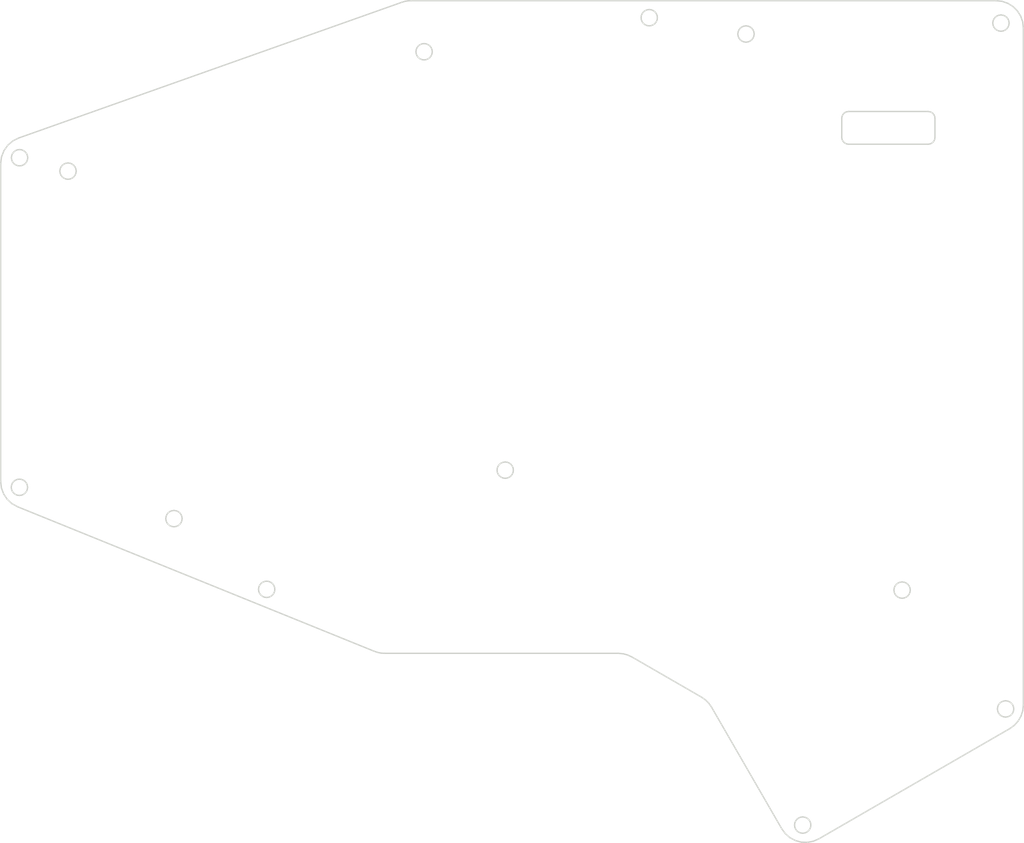
<source format=kicad_pcb>
(kicad_pcb (version 20221018) (generator pcbnew)

  (general
    (thickness 1.6)
  )

  (paper "A3")
  (layers
    (0 "F.Cu" signal)
    (31 "B.Cu" signal)
    (32 "B.Adhes" user "B.Adhesive")
    (33 "F.Adhes" user "F.Adhesive")
    (34 "B.Paste" user)
    (35 "F.Paste" user)
    (36 "B.SilkS" user "B.Silkscreen")
    (37 "F.SilkS" user "F.Silkscreen")
    (38 "B.Mask" user)
    (39 "F.Mask" user)
    (40 "Dwgs.User" user "User.Drawings")
    (41 "Cmts.User" user "User.Comments")
    (42 "Eco1.User" user "User.Eco1")
    (43 "Eco2.User" user "User.Eco2")
    (44 "Edge.Cuts" user)
    (45 "Margin" user)
    (46 "B.CrtYd" user "B.Courtyard")
    (47 "F.CrtYd" user "F.Courtyard")
    (48 "B.Fab" user)
    (49 "F.Fab" user)
    (50 "User.1" user)
    (51 "User.2" user)
    (52 "User.3" user)
    (53 "User.4" user)
    (54 "User.5" user)
    (55 "User.6" user)
    (56 "User.7" user)
    (57 "User.8" user)
    (58 "User.9" user)
  )

  (setup
    (pad_to_mask_clearance 0)
    (pcbplotparams
      (layerselection 0x00010fc_ffffffff)
      (plot_on_all_layers_selection 0x0000000_00000000)
      (disableapertmacros false)
      (usegerberextensions false)
      (usegerberattributes true)
      (usegerberadvancedattributes true)
      (creategerberjobfile true)
      (dashed_line_dash_ratio 12.000000)
      (dashed_line_gap_ratio 3.000000)
      (svgprecision 4)
      (plotframeref false)
      (viasonmask false)
      (mode 1)
      (useauxorigin false)
      (hpglpennumber 1)
      (hpglpenspeed 20)
      (hpglpendiameter 15.000000)
      (dxfpolygonmode true)
      (dxfimperialunits true)
      (dxfusepcbnewfont true)
      (psnegative false)
      (psa4output false)
      (plotreference true)
      (plotvalue true)
      (plotinvisibletext false)
      (sketchpadsonfab false)
      (subtractmaskfromsilk false)
      (outputformat 1)
      (mirror false)
      (drillshape 1)
      (scaleselection 1)
      (outputdirectory "")
    )
  )

  (net 0 "")

  (gr_line (start 164.389 119.30635) (end 164.14 119.49705)
    (stroke (width 0.2) (type solid)) (layer "Edge.Cuts") (tstamp 004edc9c-d306-43bf-9756-ee98af5f6d4b))
  (gr_line (start 90.825 84.20135) (end 90.576 84.39205)
    (stroke (width 0.2) (type solid)) (layer "Edge.Cuts") (tstamp 007421c2-00ba-46ce-810b-6860849082e3))
  (gr_line (start 165.346 18.91495) (end 165.156 18.66595)
    (stroke (width 0.2) (type solid)) (layer "Edge.Cuts") (tstamp 02a2e5b8-0c0a-4af1-9371-fe41fef14d83))
  (gr_line (start 78.651 22.87995) (end 78.461 23.12795)
    (stroke (width 0.2) (type solid)) (layer "Edge.Cuts") (tstamp 033e33a2-0bf4-4d55-ade6-18789fe1143b))
  (gr_line (start 141.039 36.82195) (end 141.198 37.02895)
    (stroke (width 0.2) (type solid)) (layer "Edge.Cuts") (tstamp 0369c14b-ca97-4088-a4c4-8b429e3439ce))
  (gr_line (start 136.361 137.42215) (end 136.32 137.11155)
    (stroke (width 0.2) (type solid)) (layer "Edge.Cuts") (tstamp 04900e0e-f07f-4ad4-8011-a07b36031db7))
  (gr_line (start 164.307 18.31495) (end 163.997 18.35595)
    (stroke (width 0.2) (type solid)) (layer "Edge.Cuts") (tstamp 0653c651-677b-4737-b3f1-fb1d91f9cb32))
  (gr_line (start 57.514 103.07615) (end 57.555 102.76555)
    (stroke (width 0.2) (type solid)) (layer "Edge.Cuts") (tstamp 06a307bb-cf22-468d-a2b1-7fc2c7bacf2b))
  (gr_line (start 57.394 103.36555) (end 57.514 103.07615)
    (stroke (width 0.2) (type solid)) (layer "Edge.Cuts") (tstamp 06f41e3b-4a3d-4e54-a1c5-a18cc50b4a2f))
  (gr_line (start 127.864 21.72195) (end 127.984 21.43195)
    (stroke (width 0.2) (type solid)) (layer "Edge.Cuts") (tstamp 08258ba4-5d38-4e63-8b4e-c69e49758543))
  (gr_line (start 56.955 101.72635) (end 56.665 101.60645)
    (stroke (width 0.2) (type solid)) (layer "Edge.Cuts") (tstamp 08db6d4c-86db-4af4-9f6e-2347a4290999))
  (gr_line (start 165.299 119.18645) (end 164.989 119.14555)
    (stroke (width 0.2) (type solid)) (layer "Edge.Cuts") (tstamp 0a33a886-eb8e-4d0b-9ba6-16916c5ce280))
  (gr_line (start 121.357 119.51265) (end 120.864 119.01965)
    (stroke (width 0.2) (type solid)) (layer "Edge.Cuts") (tstamp 0c6a337b-d34d-44b9-9ac4-359866313138))
  (gr_line (start 21.0453 88.36255) (end 21.1652 88.07305)
    (stroke (width 0.2) (type solid)) (layer "Edge.Cuts") (tstamp 0cc01586-d407-48d0-b3dd-716a3589e241))
  (gr_line (start 91.114 86.39965) (end 91.425 86.44055)
    (stroke (width 0.2) (type solid)) (layer "Edge.Cuts") (tstamp 0d2a9829-0852-4958-8849-51bf19ad1d64))
  (gr_line (start 90.576 84.39205) (end 90.386 84.64055)
    (stroke (width 0.2) (type solid)) (layer "Edge.Cuts") (tstamp 0d52e89c-f1db-4ae8-9cb8-ee7f9ee2de89))
  (gr_line (start 165.466 19.82495) (end 165.507 19.51495)
    (stroke (width 0.2) (type solid)) (layer "Edge.Cuts") (tstamp 0e01b061-a93a-4fa3-9e6f-58aa64b3199a))
  (gr_line (start 165.466 19.20395) (end 165.346 18.91495)
    (stroke (width 0.2) (type solid)) (layer "Edge.Cuts") (tstamp 0e44c09f-aefd-4b43-8ae3-d42cd29f0bfd))
  (gr_line (start 28.3091 40.96795) (end 28.1892 40.67795)
    (stroke (width 0.2) (type solid)) (layer "Edge.Cuts") (tstamp 0e730935-cbaf-4783-bd4f-db0d57abe6b4))
  (gr_line (start 90.576 86.08905) (end 90.825 86.27975)
    (stroke (width 0.2) (type solid)) (layer "Edge.Cuts") (tstamp 0e74d565-3804-4283-8eb9-37af3a169f86))
  (gr_line (start 128.025 21.12195) (end 127.984 20.81095)
    (stroke (width 0.2) (type solid)) (layer "Edge.Cuts") (tstamp 0eb7a85c-72f9-42a8-830c-17ee772e9b3a))
  (gr_line (start 43.7642 92.96555) (end 43.8841 92.67615)
    (stroke (width 0.2) (type solid)) (layer "Edge.Cuts") (tstamp 0fb58b5c-b3ee-4fda-be7c-c4b2223a1a9d))
  (gr_line (start 20.625 38.26895) (end 20.3356 38.14895)
    (stroke (width 0.2) (type solid)) (layer "Edge.Cuts") (tstamp 11e8c022-8d06-41f0-ab40-103a2b4cabfb))
  (gr_line (start 163.107 19.51495) (end 163.148 19.82495)
    (stroke (width 0.2) (type solid)) (layer "Edge.Cuts") (tstamp 12033f31-207b-42a8-ad98-c0ac65c0d03e))
  (gr_line (start 111.441 18.41095) (end 111.4 18.72195)
    (stroke (width 0.2) (type solid)) (layer "Edge.Cuts") (tstamp 12139923-923b-4dca-b68a-35dbb770c80f))
  (gr_line (start 163.459 18.66595) (end 163.268 18.91495)
    (stroke (width 0.2) (type solid)) (layer "Edge.Cuts") (tstamp 1243b210-c141-45d5-867c-f50f331d54a7))
  (gr_line (start 21.1841 39.61895) (end 21.225 39.30795)
    (stroke (width 0.2) (type solid)) (layer "Edge.Cuts") (tstamp 12864615-5d93-4211-9fe2-afc2d990f69f))
  (gr_line (start 136.728 139.79555) (end 135.848 139.96205)
    (stroke (width 0.2) (type solid)) (layer "Edge.Cuts") (tstamp 12d8bc3b-ba79-466e-b5e8-878758f931cc))
  (gr_line (start 134.312 136.57365) (end 134.122 136.82215)
    (stroke (width 0.2) (type solid)) (layer "Edge.Cuts") (tstamp 130a24e2-34c7-4ca0-9750-13d33d64a654))
  (gr_line (start 27.9985 42.12695) (end 28.1892 41.87795)
    (stroke (width 0.2) (type solid)) (layer "Edge.Cuts") (tstamp 130e0552-3f9b-4321-b955-1578c644ea26))
  (gr_line (start 135.848 139.96205) (end 134.953 139.92855)
    (stroke (width 0.2) (type solid)) (layer "Edge.Cuts") (tstamp 1376f1af-be9f-4702-878b-8c7330fd5cdd))
  (gr_line (start 109.421 112.41305) (end 108.747 112.23255)
    (stroke (width 0.2) (type solid)) (layer "Edge.Cuts") (tstamp 13c031a5-e931-4b4e-a616-4990df61db60))
  (gr_line (start 19.7144 40.46795) (end 20.025 40.50795)
    (stroke (width 0.2) (type solid)) (layer "Edge.Cuts") (tstamp 13eb906c-1c84-4dc7-bddc-46ff38c00f5a))
  (gr_line (start 140.939 36.58095) (end 141.039 36.82195)
    (stroke (width 0.2) (type solid)) (layer "Edge.Cuts") (tstamp 14a37a33-08d4-4c69-956e-fb3f684e14a9))
  (gr_line (start 55.506 103.61405) (end 55.755 103.80475)
    (stroke (width 0.2) (type solid)) (layer "Edge.Cuts") (tstamp 14d2ed9c-dd33-42cd-8d44-99c4452b77c1))
  (gr_line (start 166.277 122.75065) (end 165.6 123.24215)
    (stroke (width 0.2) (type solid)) (layer "Edge.Cuts") (tstamp 157eb122-7bb4-41f9-977c-2900c7c7f8d4))
  (gr_line (start 163.997 20.67395) (end 164.307 20.71495)
    (stroke (width 0.2) (type solid)) (layer "Edge.Cuts") (tstamp 15b9a694-9970-4055-978a-55e718508ca6))
  (gr_line (start 112.289 17.56295) (end 112 17.68295)
    (stroke (width 0.2) (type solid)) (layer "Edge.Cuts") (tstamp 171fa8bd-0692-4bcf-b446-9fe1534ebbb7))
  (gr_line (start 79.811 24.88695) (end 80.1 24.76695)
    (stroke (width 0.2) (type solid)) (layer "Edge.Cuts") (tstamp 17312838-7209-4d44-8d46-cc2b6e620da1))
  (gr_line (start 72.678 112.04085) (end 72.191 111.87905)
    (stroke (width 0.2) (type solid)) (layer "Edge.Cuts") (tstamp 17de217b-2887-434d-9a2c-4c082a77021c))
  (gr_line (start 154.105 32.64595) (end 153.864 32.54595)
    (stroke (width 0.2) (type solid)) (layer "Edge.Cuts") (tstamp 18326571-3d23-41fd-bb81-0871482712d3))
  (gr_line (start 18.2205 89.53625) (end 17.6916 88.75135)
    (stroke (width 0.2) (type solid)) (layer "Edge.Cuts") (tstamp 184c2a7c-12b3-46a5-8d08-1f0c295301bf))
  (gr_line (start 57.203 103.61405) (end 57.394 103.36555)
    (stroke (width 0.2) (type solid)) (layer "Edge.Cuts") (tstamp 1965aa96-4361-45fb-85a9-380ce261b5ee))
  (gr_line (start 135.161 138.62215) (end 135.471 138.58125)
    (stroke (width 0.2) (type solid)) (layer "Edge.Cuts") (tstamp 19729c56-3bcc-427e-af21-0f2a715006db))
  (gr_line (start 167.254 121.40505) (end 166.836 122.12925)
    (stroke (width 0.2) (type solid)) (layer "Edge.Cuts") (tstamp 19c02d0c-d303-4546-8a9f-ee47a6364993))
  (gr_line (start 127.674 21.96995) (end 127.864 21.72195)
    (stroke (width 0.2) (type solid)) (layer "Edge.Cuts") (tstamp 1bd9c6ef-eab6-4e78-be2c-3bad8f4d1c7c))
  (gr_line (start 78.9 24.76695) (end 79.189 24.88695)
    (stroke (width 0.2) (type solid)) (layer "Edge.Cuts") (tstamp 1cc665a1-c38e-4610-9fe6-8354dca2d557))
  (gr_line (start 136.2 136.82215) (end 136.009 136.57365)
    (stroke (width 0.2) (type solid)) (layer "Edge.Cuts") (tstamp 1d8fe7da-11c2-49e8-a6a8-c48c4897d467))
  (gr_line (start 140.905 33.51195) (end 140.905 36.32195)
    (stroke (width 0.2) (type solid)) (layer "Edge.Cuts") (tstamp 20477320-309d-440d-b68f-24f963544bce))
  (gr_line (start 141.198 37.02895) (end 141.405 37.18795)
    (stroke (width 0.2) (type solid)) (layer "Edge.Cuts") (tstamp 2082ca53-f814-4200-b462-191aa8b5a004))
  (gr_line (start 134.088 139.69675) (end 133.296 139.27825)
    (stroke (width 0.2) (type solid)) (layer "Edge.Cuts") (tstamp 210d824b-f375-48a0-8eaa-6a0f7edb5323))
  (gr_line (start 148.616 102.56555) (end 148.575 102.87615)
    (stroke (width 0.2) (type solid)) (layer "Edge.Cuts") (tstamp 21eb286b-9bea-48aa-a748-7203e8f27a4e))
  (gr_line (start 18.825 39.30795) (end 18.8659 39.61895)
    (stroke (width 0.2) (type solid)) (layer "Edge.Cuts") (tstamp 23119978-0e3a-4498-8f7e-23a516938897))
  (gr_line (start 166.727 17.72795) (end 167.204 18.48595)
    (stroke (width 0.2) (type solid)) (layer "Edge.Cuts") (tstamp 2439e2b4-7ed4-4ee6-8f99-8a8eb1643b8f))
  (gr_line (start 166.148 120.65615) (end 166.189 120.34555)
    (stroke (width 0.2) (type solid)) (layer "Edge.Cuts") (tstamp 25436cbc-99ee-4cbf-b410-4adc86b87e79))
  (gr_line (start 90.825 86.27975) (end 91.114 86.39965)
    (stroke (width 0.2) (type solid)) (layer "Edge.Cuts") (tstamp 25986909-12d4-47ac-b507-53d6cd622bb5))
  (gr_line (start 150.934 102.56555) (end 150.814 102.27615)
    (stroke (width 0.2) (type solid)) (layer "Edge.Cuts") (tstamp 25a8da26-95d4-4ea8-b1e6-0095f4aa387a))
  (gr_line (start 79.189 22.56895) (end 78.9 22.68895)
    (stroke (width 0.2) (type solid)) (layer "Edge.Cuts") (tstamp 25b3bd07-6e7d-4338-9cfc-6c8e36f94c18))
  (gr_line (start 164.907 20.55395) (end 165.156 20.36295)
    (stroke (width 0.2) (type solid)) (layer "Edge.Cuts") (tstamp 260a2c48-7d71-4cc4-bf39-3ee5b39dcf93))
  (gr_line (start 125.786 21.72195) (end 125.976 21.96995)
    (stroke (width 0.2) (type solid)) (layer "Edge.Cuts") (tstamp 2810f5a8-c73f-47ba-82c9-8f30380080b7))
  (gr_line (start 166.028 119.74555) (end 165.837 119.49705)
    (stroke (width 0.2) (type solid)) (layer "Edge.Cuts") (tstamp 288deee1-f881-4066-a0b4-83b2cc00e6c8))
  (gr_line (start 19.425 38.26895) (end 19.1765 38.45995)
    (stroke (width 0.2) (type solid)) (layer "Edge.Cuts") (tstamp 28daa202-3529-4418-9a2b-d57ba063da1b))
  (gr_line (start 26.55 40.23895) (end 26.3015 40.42995)
    (stroke (width 0.2) (type solid)) (layer "Edge.Cuts") (tstamp 2916de64-b907-4704-b780-b1770d9b1a3e))
  (gr_line (start 163.789 120.34555) (end 163.829 120.65615)
    (stroke (width 0.2) (type solid)) (layer "Edge.Cuts") (tstamp 2944bc3f-392e-44b0-aaf1-5189beb7b0f0))
  (gr_line (start 91.114 84.08145) (end 90.825 84.20135)
    (stroke (width 0.2) (type solid)) (layer "Edge.Cuts") (tstamp 2ca5169f-4d92-4174-b939-f26260cf3675))
  (gr_line (start 154.605 33.51195) (end 154.571 33.25295)
    (stroke (width 0.2) (type solid)) (layer "Edge.Cuts") (tstamp 2d670f3c-8199-4484-9bae-1ba3328c004c))
  (gr_line (start 20.006 86.56255) (end 19.6955 86.60335)
    (stroke (width 0.2) (type solid)) (layer "Edge.Cuts") (tstamp 2d786027-b022-480b-a676-fbe5aa83553a))
  (gr_line (start 80.1 22.68895) (end 79.811 22.56895)
    (stroke (width 0.2) (type solid)) (layer "Edge.Cuts") (tstamp 2e115437-a872-4e5f-aec1-d146acf7ac4f))
  (gr_line (start 165.589 119.30635) (end 165.299 119.18645)
    (stroke (width 0.2) (type solid)) (layer "Edge.Cuts") (tstamp 2e936486-782e-4877-8c6c-6b29867b85e4))
  (gr_line (start 111.751 17.87295) (end 111.561 18.12195)
    (stroke (width 0.2) (type solid)) (layer "Edge.Cuts") (tstamp 2ee1b4f4-a22b-43e3-8445-d07b212c02c1))
  (gr_line (start 133.961 137.42215) (end 134.002 137.73275)
    (stroke (width 0.2) (type solid)) (layer "Edge.Cuts") (tstamp 2f378e83-223c-4fb0-986e-574ec5c11129))
  (gr_line (start 164.678 119.18645) (end 164.389 119.30635)
    (stroke (width 0.2) (type solid)) (layer "Edge.Cuts") (tstamp 30808500-f6af-41e5-a8b1-9aa58c43d887))
  (gr_line (start 20.8735 40.15695) (end 21.0642 39.90795)
    (stroke (width 0.2) (type solid)) (layer "Edge.Cuts") (tstamp 30aeb49f-1c06-440a-a999-b7ff9de2c8ed))
  (gr_line (start 149.464 101.71705) (end 149.175 101.83695)
    (stroke (width 0.2) (type solid)) (layer "Edge.Cuts") (tstamp 313d0348-219b-42a4-88fd-ca06f2ed2ace))
  (gr_line (start 80.659 24.03895) (end 80.7 23.72795)
    (stroke (width 0.2) (type solid)) (layer "Edge.Cuts") (tstamp 324370be-bad3-4917-8b1b-a5c4068c0db9))
  (gr_line (start 163.707 20.55395) (end 163.997 20.67395)
    (stroke (width 0.2) (type solid)) (layer "Edge.Cuts") (tstamp 330a1cc2-a2df-409f-90c4-a9e960edd442))
  (gr_line (start 164.14 119.49705) (end 163.949 119.74555)
    (stroke (width 0.2) (type solid)) (layer "Edge.Cuts") (tstamp 336092bb-953e-4615-a2cb-5b1457dca299))
  (gr_line (start 154.105 37.18795) (end 154.312 37.02895)
    (stroke (width 0.2) (type solid)) (layer "Edge.Cuts") (tstamp 35a62014-2bb8-4a86-81fc-400856218218))
  (gr_line (start 80.349 22.87995) (end 80.1 22.68895)
    (stroke (width 0.2) (type solid)) (layer "Edge.Cuts") (tstamp 35cd8c4d-8b26-4509-bbb7-fa14184fe519))
  (gr_line (start 113.639 19.32195) (end 113.759 19.03195)
    (stroke (width 0.2) (type solid)) (layer "Edge.Cuts") (tstamp 35f782e1-6173-4685-bd34-8d4f8e9f4f81))
  (gr_line (start 27.75 40.23895) (end 27.4606 40.11895)
    (stroke (width 0.2) (type solid)) (layer "Edge.Cuts") (tstamp 3695dce6-4ec1-42be-99d9-4a02d72a0d21))
  (gr_line (start 150.814 103.47615) (end 150.934 103.18675)
    (stroke (width 0.2) (type solid)) (layer "Edge.Cuts") (tstamp 3707b1ab-27d4-458b-8565-92095e6a30d6))
  (gr_line (start 141.198 32.80495) (end 141.039 33.01195)
    (stroke (width 0.2) (type solid)) (layer "Edge.Cuts") (tstamp 37689952-5dbf-4a1e-8136-c8f70e9c4215))
  (gr_line (start 19.6955 88.92165) (end 20.006 88.96255)
    (stroke (width 0.2) (type solid)) (layer "Edge.Cuts") (tstamp 3777766b-fca7-47cd-9809-065240dc1d7c))
  (gr_line (start 163.707 18.47595) (end 163.459 18.66595)
    (stroke (width 0.2) (type solid)) (layer "Edge.Cuts") (tstamp 37e98956-f500-4687-aefc-d10d7a1e7fdc))
  (gr_line (start 127.674 20.27295) (end 127.425 20.08295)
    (stroke (width 0.2) (type solid)) (layer "Edge.Cuts") (tstamp 37f0c70e-1a73-496b-a94b-af36e47dc786))
  (gr_line (start 72.191 111.87905) (end 19.748 90.63165)
    (stroke (width 0.2) (type solid)) (layer "Edge.Cuts") (tstamp 38fcf658-d294-4dfb-be61-eae136dd1059))
  (gr_line (start 92.464 85.84055) (end 92.584 85.55115)
    (stroke (width 0.2) (type solid)) (layer "Edge.Cuts") (tstamp 3a3d4849-9be5-4cbd-959d-3776e626a093))
  (gr_line (start 57.394 102.16555) (end 57.203 101.91705)
    (stroke (width 0.2) (type solid)) (layer "Edge.Cuts") (tstamp 3b2576a3-aad5-4112-868e-6e2478bc45ce))
  (gr_line (start 164.989 119.14555) (end 164.678 119.18645)
    (stroke (width 0.2) (type solid)) (layer "Edge.Cuts") (tstamp 3b4783f4-5b3d-47b3-906f-63548a8a946b))
  (gr_line (start 165.6 123.24215) (end 137.549 139.43735)
    (stroke (width 0.2) (type solid)) (layer "Edge.Cuts") (tstamp 3b7840aa-3562-4ee7-84fd-080dd21fe9f8))
  (gr_line (start 43.0356 91.20645) (end 42.725 91.16555)
    (stroke (width 0.2) (type solid)) (layer "Edge.Cuts") (tstamp 3bb36894-bab0-44a5-995a-f01587b25bd6))
  (gr_line (start 20.8546 86.91395) (end 20.606 86.72325)
    (stroke (width 0.2) (type solid)) (layer "Edge.Cuts") (tstamp 3bf3ce1f-77b3-4f3d-95ee-5aaf4f1f8032))
  (gr_line (start 110.052 112.70775) (end 109.421 112.41305)
    (stroke (width 0.2) (type solid)) (layer "Edge.Cuts") (tstamp 3c78afea-569f-4a30-839e-0b83fad5b66a))
  (gr_line (start 135.161 136.22215) (end 134.85 136.26305)
    (stroke (width 0.2) (type solid)) (layer "Edge.Cuts") (tstamp 3c9c55f7-15d5-46c5-8f2a-2176508d6395))
  (gr_line (start 28.1892 41.87795) (end 28.3091 41.58895)
    (stroke (width 0.2) (type solid)) (layer "Edge.Cuts") (tstamp 3e57c307-a31e-4b20-bc22-90da4db3133d))
  (gr_line (start 125.666 20.81095) (end 125.625 21.12195)
    (stroke (width 0.2) (type solid)) (layer "Edge.Cuts") (tstamp 3f07f765-b61d-44f4-a852-46f7cb83b2f7))
  (gr_line (start 150.375 101.83695) (end 150.086 101.71705)
    (stroke (width 0.2) (type solid)) (layer "Edge.Cuts") (tstamp 3f8aabed-9943-4ad5-ab53-d75a05aed474))
  (gr_line (start 19.425 40.34795) (end 19.7144 40.46795)
    (stroke (width 0.2) (type solid)) (layer "Edge.Cuts") (tstamp 3fb91a05-0950-4f5c-a78a-10fb982ce853))
  (gr_line (start 154.312 37.02895) (end 154.471 36.82195)
    (stroke (width 0.2) (type solid)) (layer "Edge.Cuts") (tstamp 40be1122-5079-4e54-8eae-a0203233d627))
  (gr_line (start 165.589 121.38475) (end 165.837 121.19405)
    (stroke (width 0.2) (type solid)) (layer "Edge.Cuts") (tstamp 43179277-58cd-48a7-867d-781b4d098158))
  (gr_line (start 56.044 101.60645) (end 55.755 101.72635)
    (stroke (width 0.2) (type solid)) (layer "Edge.Cuts") (tstamp 43201952-6a67-44e2-b961-48610bccf013))
  (gr_line (start 41.525 92.36555) (end 41.5659 92.67615)
    (stroke (width 0.2) (type solid)) (layer "Edge.Cuts") (tstamp 43b20a1f-488f-4c5d-927b-d41160f83d99))
  (gr_line (start 164.49 16.32195) (end 165.336 16.61795)
    (stroke (width 0.2) (type solid)) (layer "Edge.Cuts") (tstamp 43fc689f-b04f-4576-ba2b-365981141985))
  (gr_line (start 112.6 19.92195) (end 112.911 19.88095)
    (stroke (width 0.2) (type solid)) (layer "Edge.Cuts") (tstamp 452a17f7-300f-470d-b7b7-79973cf5ad48))
  (gr_line (start 20.3166 86.60335) (end 20.006 86.56255)
    (stroke (width 0.2) (type solid)) (layer "Edge.Cuts") (tstamp 458c2a17-a908-40a5-8f31-c91d48303474))
  (gr_line (start 19.7144 38.14895) (end 19.425 38.26895)
    (stroke (width 0.2) (type solid)) (layer "Edge.Cuts") (tstamp 45b93c24-d09b-4e58-b637-0c5e1545d932))
  (gr_line (start 79.5 24.92795) (end 79.811 24.88695)
    (stroke (width 0.2) (type solid)) (layer "Edge.Cuts") (tstamp 465a34d1-eb33-4925-b600-b8f7f1c537d8))
  (gr_line (start 126.225 20.08295) (end 125.976 20.27295)
    (stroke (width 0.2) (type solid)) (layer "Edge.Cuts") (tstamp 46919a29-f1f4-439a-90f2-8691121faf23))
  (gr_line (start 43.8841 92.67615) (end 43.925 92.36555)
    (stroke (width 0.2) (type solid)) (layer "Edge.Cuts") (tstamp 4749537e-653f-4985-8104-b4bfb1152757))
  (gr_line (start 136.2 138.02215) (end 136.32 137.73275)
    (stroke (width 0.2) (type solid)) (layer "Edge.Cuts") (tstamp 47ae817e-7fca-4a3b-baf5-310517291f75))
  (gr_line (start 73.181 112.13895) (end 72.678 112.04085)
    (stroke (width 0.2) (type solid)) (layer "Edge.Cuts") (tstamp 47f8167c-6a31-4e15-92a1-e0d36430f9b3))
  (gr_line (start 164.618 18.35595) (end 164.307 18.31495)
    (stroke (width 0.2) (type solid)) (layer "Edge.Cuts") (tstamp 48629eaf-84d1-413f-88c3-dd3c4b2bd6d4))
  (gr_line (start 20.025 38.10795) (end 19.7144 38.14895)
    (stroke (width 0.2) (type solid)) (layer "Edge.Cuts") (tstamp 486d4e48-d485-49c9-9bd1-73798e3a811a))
  (gr_line (start 42.4144 93.52465) (end 42.725 93.56555)
    (stroke (width 0.2) (type solid)) (layer "Edge.Cuts") (tstamp 4a09932a-0d61-4041-9030-b8aecf67fd24))
  (gr_line (start 73.693 112.17185) (end 73.181 112.13895)
    (stroke (width 0.2) (type solid)) (layer "Edge.Cuts") (tstamp 4a1d5d64-a9db-46eb-ad62-6f440219337c))
  (gr_line (start 134.953 139.92855) (end 134.088 139.69675)
    (stroke (width 0.2) (type solid)) (layer "Edge.Cuts") (tstamp 4a52249a-20f0-44ea-989a-039dd7172de0))
  (gr_line (start 90.386 85.84055) (end 90.576 86.08905)
    (stroke (width 0.2) (type solid)) (layer "Edge.Cuts") (tstamp 4b8b7185-8972-4c43-968f-c155c0be72e0))
  (gr_line (start 56.955 103.80475) (end 57.203 103.61405)
    (stroke (width 0.2) (type solid)) (layer "Edge.Cuts") (tstamp 4bc8d706-e1fd-4ab2-8504-686ede6b0cbf))
  (gr_line (start 150.375 103.91535) (end 150.624 103.72465)
    (stroke (width 0.2) (type solid)) (layer "Edge.Cuts") (tstamp 4c506f25-57ac-4607-bd60-00f3925a1294))
  (gr_line (start 113.759 19.03195) (end 113.8 18.72195)
    (stroke (width 0.2) (type solid)) (layer "Edge.Cuts") (tstamp 4d6fc8bd-8614-4509-90b0-ec37140c9513))
  (gr_line (start 112 17.68295) (end 111.751 17.87295)
    (stroke (width 0.2) (type solid)) (layer "Edge.Cuts") (tstamp 4d93e1ab-f764-427e-ab4f-5dd769bfba21))
  (gr_line (start 41.6858 91.76555) (end 41.5659 92.05495)
    (stroke (width 0.2) (type solid)) (layer "Edge.Cuts") (tstamp 4edb7cea-79cf-496e-8a43-1f12e21540ae))
  (gr_line (start 42.4144 91.20645) (end 42.125 91.32635)
    (stroke (width 0.2) (type solid)) (layer "Edge.Cuts") (tstamp 4f824d02-4b82-49a0-85da-1913039396f2))
  (gr_line (start 126.514 22.28095) (end 126.825 22.32195)
    (stroke (width 0.2) (type solid)) (layer "Edge.Cuts") (tstamp 5090fcd9-6629-4255-88b1-161dc7a65025))
  (gr_line (start 165.507 19.51495) (end 165.466 19.20395)
    (stroke (width 0.2) (type solid)) (layer "Edge.Cuts") (tstamp 512038a4-651b-4948-8bf0-4498fed2909f))
  (gr_line (start 125.666 21.43195) (end 125.786 21.72195)
    (stroke (width 0.2) (type solid)) (layer "Edge.Cuts") (tstamp 51c496e8-cd32-41c7-bb09-eeab1ed6f9f5))
  (gr_line (start 167.6 119.77805) (end 167.513 120.60975)
    (stroke (width 0.2) (type solid)) (layer "Edge.Cuts") (tstamp 53997029-bb95-4b0e-98d2-7afa7c2b6e34))
  (gr_line (start 20.625 40.34795) (end 20.8735 40.15695)
    (stroke (width 0.2) (type solid)) (layer "Edge.Cuts") (tstamp 5401d82c-74ab-48fe-83fc-13794431dd21))
  (gr_line (start 167.6 20.22195) (end 167.6 119.77805)
    (stroke (width 0.2) (type solid)) (layer "Edge.Cuts") (tstamp 545037ff-5db1-47de-8c21-30d262ad4a10))
  (gr_line (start 57.203 101.91705) (end 56.955 101.72635)
    (stroke (width 0.2) (type solid)) (layer "Edge.Cuts") (tstamp 548a9f18-f4bd-44f9-a05b-c9a2e0ee0109))
  (gr_line (start 113.759 18.41095) (end 113.639 18.12195)
    (stroke (width 0.2) (type solid)) (layer "Edge.Cuts") (tstamp 549a817e-b92c-489a-976e-f921864434d1))
  (gr_line (start 26.3015 40.42995) (end 26.1108 40.67795)
    (stroke (width 0.2) (type solid)) (layer "Edge.Cuts") (tstamp 54af399c-5dd5-42cb-9bdc-abce43eb8fc4))
  (gr_line (start 56.355 101.56555) (end 56.044 101.60645)
    (stroke (width 0.2) (type solid)) (layer "Edge.Cuts") (tstamp 5560a53a-5f44-42b6-8228-8f9ef61f1f5b))
  (gr_line (start 111.441 19.03195) (end 111.561 19.32195)
    (stroke (width 0.2) (type solid)) (layer "Edge.Cuts") (tstamp 55a431bb-ac1e-4b98-933e-a2dda0ce0c1a))
  (gr_line (start 92.274 84.39205) (end 92.025 84.20135)
    (stroke (width 0.2) (type solid)) (layer "Edge.Cuts") (tstamp 57515293-1cc5-4ae8-bacf-4f967a4701e8))
  (gr_line (start 166.094 17.09495) (end 166.727 17.72795)
    (stroke (width 0.2) (type solid)) (layer "Edge.Cuts") (tstamp 58083e77-7c99-457a-88d8-8dde52bf3697))
  (gr_line (start 18.9858 39.90795) (end 19.1765 40.15695)
    (stroke (width 0.2) (type solid)) (layer "Edge.Cuts") (tstamp 58d68499-6093-47a7-86f5-8a961252cff0))
  (gr_line (start 150.975 102.87615) (end 150.934 102.56555)
    (stroke (width 0.2) (type solid)) (layer "Edge.Cuts") (tstamp 598b72c2-628b-461d-8a9b-08cd2acc3b20))
  (gr_line (start 111.4 18.72195) (end 111.441 19.03195)
    (stroke (width 0.2) (type solid)) (layer "Edge.Cuts") (tstamp 59d8e1e3-2c6c-447a-89b0-07b60f2a43a6))
  (gr_line (start 141.646 32.54595) (end 141.405 32.64595)
    (stroke (width 0.2) (type solid)) (layer "Edge.Cuts") (tstamp 5a3b25b8-3581-463a-8811-c7528e4d8336))
  (gr_line (start 154.471 36.82195) (end 154.571 36.58095)
    (stroke (width 0.2) (type solid)) (layer "Edge.Cuts") (tstamp 5aa639f7-7314-4e67-a418-4207289fb031))
  (gr_line (start 134.85 138.58125) (end 135.161 138.62215)
    (stroke (width 0.2) (type solid)) (layer "Edge.Cuts") (tstamp 5c896e29-56fd-4d3b-8eab-2360fe0b651e))
  (gr_line (start 20.006 88.96255) (end 20.3166 88.92165)
    (stroke (width 0.2) (type solid)) (layer "Edge.Cuts") (tstamp 5d7c7158-1509-4d29-9807-e66bf3c8b8bb))
  (gr_line (start 141.039 33.01195) (end 140.939 33.25295)
    (stroke (width 0.2) (type solid)) (layer "Edge.Cuts") (tstamp 5db5201a-6adc-4cb7-9ac7-813838d7b8fb))
  (gr_line (start 135.471 138.58125) (end 135.761 138.46135)
    (stroke (width 0.2) (type solid)) (layer "Edge.Cuts") (tstamp 5e19e399-5667-414c-96dc-be5a99aa90f9))
  (gr_line (start 136.009 136.57365) (end 135.761 136.38295)
    (stroke (width 0.2) (type solid)) (layer "Edge.Cuts") (tstamp 5e5074f3-f5f5-4bf8-bc3e-a9d1efc3ac55))
  (gr_line (start 141.905 37.32195) (end 153.605 37.32195)
    (stroke (width 0.2) (type solid)) (layer "Edge.Cuts") (tstamp 5e543c70-4e01-4f59-8616-6641658c430a))
  (gr_line (start 56.044 103.92465) (end 56.355 103.96555)
    (stroke (width 0.2) (type solid)) (layer "Edge.Cuts") (tstamp 5e933ed0-6495-4260-8d55-8ac2ecb80ac6))
  (gr_line (start 164.14 121.19405) (end 164.389 121.38475)
    (stroke (width 0.2) (type solid)) (layer "Edge.Cuts") (tstamp 60a7a7a8-7fe8-4f80-9224-613ffa19e902))
  (gr_line (start 28.35 41.27795) (end 28.3091 40.96795)
    (stroke (width 0.2) (type solid)) (layer "Edge.Cuts") (tstamp 60d052b9-30cf-4ef5-8401-27202461321c))
  (gr_line (start 55.196 103.07615) (end 55.315 103.36555)
    (stroke (width 0.2) (type solid)) (layer "Edge.Cuts") (tstamp 61da2b8a-28e2-4878-b59e-af100652f9f6))
  (gr_line (start 79.5 22.52795) (end 79.189 22.56895)
    (stroke (width 0.2) (type solid)) (layer "Edge.Cuts") (tstamp 6215d95b-dd95-4e0b-b77b-6aae2e3cb705))
  (gr_line (start 111.751 19.56995) (end 112 19.76095)
    (stroke (width 0.2) (type solid)) (layer "Edge.Cuts") (tstamp 625a2e9c-d099-42af-945f-6d4beeddc192))
  (gr_line (start 90.266 84.92995) (end 90.225 85.24055)
    (stroke (width 0.2) (type solid)) (layer "Edge.Cuts") (tstamp 642f7c5d-e9cd-43c6-9eae-025dc77e516a))
  (gr_line (start 91.736 86.39965) (end 92.025 86.27975)
    (stroke (width 0.2) (type solid)) (layer "Edge.Cuts") (tstamp 6461e7f3-ffd1-4d79-aef8-3a264db9f261))
  (gr_line (start 163.949 120.94555) (end 164.14 121.19405)
    (stroke (width 0.2) (type solid)) (layer "Edge.Cuts") (tstamp 6486ab00-1b45-43fa-95e6-c2139281ff2e))
  (gr_line (start 113.2 17.68295) (end 112.911 17.56295)
    (stroke (width 0.2) (type solid)) (layer "Edge.Cuts") (tstamp 6487f6eb-1505-4ab3-a9bd-ea168f188ea6))
  (gr_line (start 167.204 18.48595) (end 167.5 19.33195)
    (stroke (width 0.2) (type solid)) (layer "Edge.Cuts") (tstamp 6500e266-83ee-41c0-b612-f18911b0f98d))
  (gr_line (start 111.561 19.32195) (end 111.751 19.56995)
    (stroke (width 0.2) (type solid)) (layer "Edge.Cuts") (tstamp 6512fd61-5401-404d-8092-233f7795bd66))
  (gr_line (start 91.425 84.04055) (end 91.114 84.08145)
    (stroke (width 0.2) (type solid)) (layer "Edge.Cuts") (tstamp 65d92ade-da9e-4f59-8146-fa3323bd0c34))
  (gr_line (start 90.266 85.55115) (end 90.386 85.84055)
    (stroke (width 0.2) (type solid)) (layer "Edge.Cuts") (tstamp 66ff8ba3-e367-4baf-8025-6d1c0e598040))
  (gr_line (start 20.8546 88.61105) (end 21.0453 88.36255)
    (stroke (width 0.2) (type solid)) (layer "Edge.Cuts") (tstamp 670af70d-4491-4847-a90b-8e1907bb8d5b))
  (gr_line (start 91.425 86.44055) (end 91.736 86.39965)
    (stroke (width 0.2) (type solid)) (layer "Edge.Cuts") (tstamp 682410f2-9fe5-4446-8aaa-57f7803fee01))
  (gr_line (start 19.748 90.63165) (end 18.919 90.17495)
    (stroke (width 0.2) (type solid)) (layer "Edge.Cuts") (tstamp 6b08bbd7-c06e-49ff-82ec-1868d35ff520))
  (gr_line (start 43.925 92.36555) (end 43.8841 92.05495)
    (stroke (width 0.2) (type solid)) (layer "Edge.Cuts") (tstamp 6be9e072-0b1e-40da-a97e-61af726a6e77))
  (gr_line (start 26.1108 41.87795) (end 26.3015 42.12695)
    (stroke (width 0.2) (type solid)) (layer "Edge.Cuts") (tstamp 6d9095b8-3eda-485f-b61b-5ee099c86566))
  (gr_line (start 111.561 18.12195) (end 111.441 18.41095)
    (stroke (width 0.2) (type solid)) (layer "Edge.Cuts") (tstamp 6ebe9f1e-8da6-48d7-a9d2-82ff0c1b7063))
  (gr_line (start 136.32 137.73275) (end 136.361 137.42215)
    (stroke (width 0.2) (type solid)) (layer "Edge.Cuts") (tstamp 6ef1d944-f97f-479c-a214-bfd278a40884))
  (gr_line (start 141.646 37.28795) (end 141.905 37.32195)
    (stroke (width 0.2) (type solid)) (layer "Edge.Cuts") (tstamp 6f97dd91-1423-4c5a-bacf-b666fa93ccbe))
  (gr_line (start 55.315 102.16555) (end 55.196 102.45495)
    (stroke (width 0.2) (type solid)) (layer "Edge.Cuts") (tstamp 6fab7a1a-26da-4550-9ee8-27d4726cc3f0))
  (gr_line (start 78.461 24.32795) (end 78.651 24.57695)
    (stroke (width 0.2) (type solid)) (layer "Edge.Cuts") (tstamp 6fb82bd5-2d77-4aaa-80f0-43a9e9e568c5))
  (gr_line (start 43.325 93.40475) (end 43.5735 93.21405)
    (stroke (width 0.2) (type solid)) (layer "Edge.Cuts") (tstamp 705527d8-bcd1-41b2-89ff-f74629433ba3))
  (gr_line (start 135.471 136.26305) (end 135.161 136.22215)
    (stroke (width 0.2) (type solid)) (layer "Edge.Cuts") (tstamp 717f227c-048f-44ee-9aef-6e6fd1bbaf7c))
  (gr_line (start 127.864 20.52195) (end 127.674 20.27295)
    (stroke (width 0.2) (type solid)) (layer "Edge.Cuts") (tstamp 751332a2-d273-4f15-baab-9249d42684c8))
  (gr_line (start 141.405 37.18795) (end 141.646 37.28795)
    (stroke (width 0.2) (type solid)) (layer "Edge.Cuts") (tstamp 7548b346-bfe2-4ab5-beda-25db4a1359a6))
  (gr_line (start 112.911 19.88095) (end 113.2 19.76095)
    (stroke (width 0.2) (type solid)) (layer "Edge.Cuts") (tstamp 7552b336-2a63-4084-8a8b-169e9cda100c))
  (gr_line (start 163.148 19.20395) (end 163.107 19.51495)
    (stroke (width 0.2) (type solid)) (layer "Edge.Cuts") (tstamp 775c9ff2-a4c0-4754-885a-9efd8787782a))
  (gr_line (start 127.425 22.16095) (end 127.674 21.96995)
    (stroke (width 0.2) (type solid)) (layer "Edge.Cuts") (tstamp 77e8f2a3-f04e-412a-a730-1e63e45eb62e))
  (gr_line (start 21.206 87.76255) (end 21.1652 87.45195)
    (stroke (width 0.2) (type solid)) (layer "Edge.Cuts") (tstamp 77fe4959-86ec-40a4-9cb9-1655a5258d73))
  (gr_line (start 150.934 103.18675) (end 150.975 102.87615)
    (stroke (width 0.2) (type solid)) (layer "Edge.Cuts") (tstamp 78a4b69e-33d7-4a0e-9ea2-85c50d4fc357))
  (gr_line (start 80.349 24.57695) (end 80.539 24.32795)
    (stroke (width 0.2) (type solid)) (layer "Edge.Cuts") (tstamp 79e477e9-a053-4295-bf02-9523b1e1a9c5))
  (gr_line (start 153.605 32.51195) (end 141.905 32.51195)
    (stroke (width 0.2) (type solid)) (layer "Edge.Cuts") (tstamp 7a31d91c-5d88-44cb-8fdb-d564a61e572e))
  (gr_line (start 27.9985 40.42995) (end 27.75 40.23895)
    (stroke (width 0.2) (type solid)) (layer "Edge.Cuts") (tstamp 7a58f479-6293-4908-b91c-b81356aaa4b9))
  (gr_line (start 127.984 21.43195) (end 128.025 21.12195)
    (stroke (width 0.2) (type solid)) (layer "Edge.Cuts") (tstamp 7adbaa82-bc8f-4e86-bbf3-546973abea74))
  (gr_line (start 112.6 17.52195) (end 112.289 17.56295)
    (stroke (width 0.2) (type solid)) (layer "Edge.Cuts") (tstamp 7bf6e24d-5471-4494-9b79-73f51baea5c7))
  (gr_line (start 125.786 20.52195) (end 125.666 20.81095)
    (stroke (width 0.2) (type solid)) (layer "Edge.Cuts") (tstamp 7c345747-4d90-4af4-b8ab-d3c4eeb417de))
  (gr_line (start 41.8765 91.51705) (end 41.6858 91.76555)
    (stroke (width 0.2) (type solid)) (layer "Edge.Cuts") (tstamp 7cb1ab7f-b1c9-485e-bb04-3692f0d3c1df))
  (gr_line (start 140.939 33.25295) (end 140.905 33.51195)
    (stroke (width 0.2) (type solid)) (layer "Edge.Cuts") (tstamp 7cdced2e-dfad-4ad0-89c6-eaed56913560))
  (gr_line (start 153.605 37.32195) (end 153.864 37.28795)
    (stroke (width 0.2) (type solid)) (layer "Edge.Cuts") (tstamp 7d6906c2-0099-4313-aa2a-f13304f69914))
  (gr_line (start 134.85 136.26305) (end 134.561 136.38295)
    (stroke (width 0.2) (type solid)) (layer "Edge.Cuts") (tstamp 7d843cf6-fd09-47fa-b506-256fa5d6481c))
  (gr_line (start 163.459 20.36295) (end 163.707 20.55395)
    (stroke (width 0.2) (type solid)) (layer "Edge.Cuts") (tstamp 7e9d77d5-f17e-4f14-9027-9c9a5213f335))
  (gr_line (start 21.1652 88.07305) (end 21.206 87.76255)
    (stroke (width 0.2) (type solid)) (layer "Edge.Cuts") (tstamp 7ed2ee54-7a8c-4858-b669-88b3d52775cd))
  (gr_line (start 92.584 84.92995) (end 92.464 84.64055)
    (stroke (width 0.2) (type solid)) (layer "Edge.Cuts") (tstamp 7fa3b479-6517-4b6f-8803-233698c5f61b))
  (gr_line (start 27.75 42.31695) (end 27.9985 42.12695)
    (stroke (width 0.2) (type solid)) (layer "Edge.Cuts") (tstamp 81005dd5-8d55-45ff-8edc-a9f50215d54d))
  (gr_line (start 149.175 101.83695) (end 148.926 102.02765)
    (stroke (width 0.2) (type solid)) (layer "Edge.Cuts") (tstamp 82ae1f2a-ac5b-4c26-a57f-8d22de739866))
  (gr_line (start 79.189 24.88695) (end 79.5 24.92795)
    (stroke (width 0.2) (type solid)) (layer "Edge.Cuts") (tstamp 83f123f9-5f46-493a-8ad8-739e5c6eb2c9))
  (gr_line (start 141.405 32.64595) (end 141.198 32.80495)
    (stroke (width 0.2) (type solid)) (layer "Edge.Cuts") (tstamp 8421dc98-14af-4f03-a23f-9416527f00b5))
  (gr_line (start 90.225 85.24055) (end 90.266 85.55115)
    (stroke (width 0.2) (type solid)) (layer "Edge.Cuts") (tstamp 84d70a8f-23a5-417f-9dea-13115caa2c8c))
  (gr_line (start 127.425 20.08295) (end 127.136 19.96295)
    (stroke (width 0.2) (type solid)) (layer "Edge.Cuts") (tstamp 8534c09a-1e3d-4471-a84f-987e3fd4c348))
  (gr_line (start 113.449 17.87295) (end 113.2 17.68295)
    (stroke (width 0.2) (type solid)) (layer "Edge.Cuts") (tstamp 856fb1ec-6c9d-4a75-b0e5-62ce418cd494))
  (gr_line (start 20.025 40.50795) (end 20.3356 40.46795)
    (stroke (width 0.2) (type solid)) (layer "Edge.Cuts") (tstamp 862060b5-5236-434f-8243-2cc907c99b73))
  (gr_line (start 108.747 112.23255) (end 108.052 112.17185)
    (stroke (width 0.2) (type solid)) (layer "Edge.Cuts") (tstamp 8701e308-f5e0-4e55-b414-bbe7ec7afb58))
  (gr_line (start 132.617 138.69395) (end 132.085 137.97325)
    (stroke (width 0.2) (type solid)) (layer "Edge.Cuts") (tstamp 87f71f45-f538-4490-a97e-448b7b12848c))
  (gr_line (start 18.2913 37.48195) (end 19.0362 36.84295)
    (stroke (width 0.2) (type solid)) (layer "Edge.Cuts") (tstamp 8876c4bc-d256-44c5-888e-ab488913589d))
  (gr_line (start 78.651 24.57695) (end 78.9 24.76695)
    (stroke (width 0.2) (type solid)) (layer "Edge.Cuts") (tstamp 896180ef-ca0e-4221-a42b-8b0feb19c388))
  (gr_line (start 21.225 39.30795) (end 21.1841 38.99795)
    (stroke (width 0.2) (type solid)) (layer "Edge.Cuts") (tstamp 8a185ca8-4eab-401a-b896-a60ede6c8c36))
  (gr_line (start 18.9858 38.70795) (end 18.8659 38.99795)
    (stroke (width 0.2) (type solid)) (layer "Edge.Cuts") (tstamp 8ac2fb74-d351-4974-86cb-f21760378558))
  (gr_line (start 125.976 20.27295) (end 125.786 20.52195)
    (stroke (width 0.2) (type solid)) (layer "Edge.Cuts") (tstamp 8c28e676-ab38-4ccf-be45-96017988ef7a))
  (gr_line (start 134.561 138.46135) (end 134.85 138.58125)
    (stroke (width 0.2) (type solid)) (layer "Edge.Cuts") (tstamp 8c45a282-4a7f-4d88-9a53-4a6ea48de9ff))
  (gr_line (start 149.775 101.67615) (end 149.464 101.71705)
    (stroke (width 0.2) (type solid)) (layer "Edge.Cuts") (tstamp 8c550c04-b56c-4d63-9730-05aa143f1e8f))
  (gr_line (start 148.736 102.27615) (end 148.616 102.56555)
    (stroke (width 0.2) (type solid)) (layer "Edge.Cuts") (tstamp 8c951f2e-c72c-492e-9942-6f90af905fe0))
  (gr_line (start 134.561 136.38295) (end 134.312 136.57365)
    (stroke (width 0.2) (type solid)) (layer "Edge.Cuts") (tstamp 8d274a98-463b-465a-ab3d-34321828468b))
  (gr_line (start 43.7642 91.76555) (end 43.5735 91.51705)
    (stroke (width 0.2) (type solid)) (layer "Edge.Cuts") (tstamp 8e6ecbb4-fb4c-4113-b667-21589c439f86))
  (gr_line (start 43.5735 93.21405) (end 43.7642 92.96555)
    (stroke (width 0.2) (type solid)) (layer "Edge.Cuts") (tstamp 8e72cd32-06b0-4e97-85d0-06bea5284217))
  (gr_line (start 165.837 121.19405) (end 166.028 120.94555)
    (stroke (width 0.2) (type solid)) (layer "Edge.Cuts") (tstamp 8eeb5e45-3b77-4d5b-855b-2edf2b4a94b7))
  (gr_line (start 21.1652 87.45195) (end 21.0453 87.16255)
    (stroke (width 0.2) (type solid)) (layer "Edge.Cuts") (tstamp 8f605cb3-f0b7-4649-89a4-be0127abd736))
  (gr_line (start 127.136 19.96295) (end 126.825 19.92195)
    (stroke (width 0.2) (type solid)) (layer "Edge.Cuts") (tstamp 8f882904-fade-4fd3-a625-fc0eb97929be))
  (gr_line (start 149.175 103.91535) (end 149.464 104.03525)
    (stroke (width 0.2) (type solid)) (layer "Edge.Cuts") (tstamp 8f985721-317c-4675-8756-919cc34cffc7))
  (gr_line (start 17.362 87.86415) (end 17.25 86.92435)
    (stroke (width 0.2) (type solid)) (layer "Edge.Cuts") (tstamp 8ffbf706-334f-4c4a-9ee7-edb3a1d0bbf1))
  (gr_line (start 153.864 37.28795) (end 154.105 37.18795)
    (stroke (width 0.2) (type solid)) (layer "Edge.Cuts") (tstamp 9078ba41-03a1-461c-9039-df39397a3c61))
  (gr_line (start 26.1108 40.67795) (end 25.9909 40.96795)
    (stroke (width 0.2) (type solid)) (layer "Edge.Cuts") (tstamp 9098726e-76e2-4973-8a3a-c3d1bd8d1a95))
  (gr_line (start 55.196 102.45495) (end 55.155 102.76555)
    (stroke (width 0.2) (type solid)) (layer "Edge.Cuts") (tstamp 91165a99-d668-407e-816f-c47b18326408))
  (gr_line (start 57.514 102.45495) (end 57.394 102.16555)
    (stroke (width 0.2) (type solid)) (layer "Edge.Cuts") (tstamp 912665c7-28d8-4999-92f8-627a422766da))
  (gr_line (start 167.513 120.60975) (end 167.254 121.40505)
    (stroke (width 0.2) (type solid)) (layer "Edge.Cuts") (tstamp 9233933a-f69f-4daa-bd15-3b2ca065ce5c))
  (gr_line (start 25.9909 40.96795) (end 25.95 41.27795)
    (stroke (width 0.2) (type solid)) (layer "Edge.Cuts") (tstamp 937f9f6c-ee6e-4401-a30e-0e64eb3cee62))
  (gr_line (start 43.325 91.32635) (end 43.0356 91.20645)
    (stroke (width 0.2) (type solid)) (layer "Edge.Cuts") (tstamp 93ccf08e-e9ec-422a-bdff-21732b09be17))
  (gr_line (start 19.0362 36.84295) (end 19.9144 36.40395)
    (stroke (width 0.2) (type solid)) (layer "Edge.Cuts") (tstamp 94585134-6ccd-46eb-8b89-6f6f47955cfb))
  (gr_line (start 134.122 136.82215) (end 134.002 137.11155)
    (stroke (width 0.2) (type solid)) (layer "Edge.Cuts") (tstamp 950b037a-e706-4fe3-b62d-231eb7884c25))
  (gr_line (start 41.5659 92.67615) (end 41.6858 92.96555)
    (stroke (width 0.2) (type solid)) (layer "Edge.Cuts") (tstamp 95690384-987d-4f5c-9b43-18049e995f96))
  (gr_line (start 19.1575 88.61105) (end 19.406 88.80175)
    (stroke (width 0.2) (type solid)) (layer "Edge.Cuts") (tstamp 96696602-6c7e-4f6e-b82f-6ecc0f112cd2))
  (gr_line (start 140.905 36.32195) (end 140.939 36.58095)
    (stroke (width 0.2) (type solid)) (layer "Edge.Cuts") (tstamp 96c815a8-691f-4f0f-bb76-1b8bb212f5db))
  (gr_line (start 42.725 93.56555) (end 43.0356 93.52465)
    (stroke (width 0.2) (type solid)) (layer "Edge.Cuts") (tstamp 9733aaa9-6ee6-463f-8242-1d320891ff4c))
  (gr_line (start 163.829 120.03495) (end 163.789 120.34555)
    (stroke (width 0.2) (type solid)) (layer "Edge.Cuts") (tstamp 97cc93ed-ef28-46f0-bb8f-415f27b131f5))
  (gr_line (start 137.549 139.43735) (end 136.728 139.79555)
    (stroke (width 0.2) (type solid)) (layer "Edge.Cuts") (tstamp 97d53ad5-256f-4bfb-99a6-f66397c5efbd))
  (gr_line (start 125.976 21.96995) (end 126.225 22.16095)
    (stroke (width 0.2) (type solid)) (layer "Edge.Cuts") (tstamp 99459ebe-fb08-4790-a2b7-d12c9dbe8974))
  (gr_line (start 80.659 23.41795) (end 80.539 23.12795)
    (stroke (width 0.2) (type solid)) (layer "Edge.Cuts") (tstamp 9978de2e-53f0-40be-8889-cc2b35bd015a))
  (gr_line (start 28.3091 41.58895) (end 28.35 41.27795)
    (stroke (width 0.2) (type solid)) (layer "Edge.Cuts") (tstamp 99926a81-b4eb-44a6-a0f1-602161834d40))
  (gr_line (start 127.984 20.81095) (end 127.864 20.52195)
    (stroke (width 0.2) (type solid)) (layer "Edge.Cuts") (tstamp 9b6981f2-ded1-4eda-81bc-37e612199c82))
  (gr_line (start 150.814 102.27615) (end 150.624 102.02765)
    (stroke (width 0.2) (type solid)) (layer "Edge.Cuts") (tstamp 9c1fc9dd-77e1-4ec3-8e1f-d0957cc66820))
  (gr_line (start 148.736 103.47615) (end 148.926 103.72465)
    (stroke (width 0.2) (type solid)) (layer "Edge.Cuts") (tstamp 9d6d07b8-1ab8-40a8-a562-08ea4e8aaad1))
  (gr_line (start 21.0642 38.70795) (end 20.8735 38.45995)
    (stroke (width 0.2) (type solid)) (layer "Edge.Cuts") (tstamp 9e188c10-56a0-4c12-ae84-fb01226dc76e))
  (gr_line (start 126.825 19.92195) (end 126.514 19.96295)
    (stroke (width 0.2) (type solid)) (layer "Edge.Cuts") (tstamp 9e8a321e-7602-469b-b649-34c1543121f7))
  (gr_line (start 149.464 104.03525) (end 149.775 104.07615)
    (stroke (width 0.2) (type solid)) (layer "Edge.Cuts") (tstamp 9f898eed-d3f9-4a0c-95aa-3949a89018d5))
  (gr_line (start 132.085 137.97325) (end 121.757 120.08385)
    (stroke (width 0.2) (type solid)) (layer "Edge.Cuts") (tstamp 9fc7dd4d-0f76-4157-a29d-2c71f079197f))
  (gr_line (start 19.406 86.72325) (end 19.1575 86.91395)
    (stroke (width 0.2) (type solid)) (layer "Edge.Cuts") (tstamp 9fe3117a-99dc-43d8-8d03-df0eec8ff5fc))
  (gr_line (start 55.506 101.91705) (end 55.315 102.16555)
    (stroke (width 0.2) (type solid)) (layer "Edge.Cuts") (tstamp a0257658-5a56-4923-8a5e-97cff13ad56a))
  (gr_line (start 26.8394 40.11895) (end 26.55 40.23895)
    (stroke (width 0.2) (type solid)) (layer "Edge.Cuts") (tstamp a18bb245-f873-4470-98f0-5b17c0747259))
  (gr_line (start 18.9668 88.36255) (end 19.1575 88.61105)
    (stroke (width 0.2) (type solid)) (layer "Edge.Cuts") (tstamp a1a4ab01-a66b-46c2-a9d9-2e59a5fbc024))
  (gr_line (start 148.616 103.18675) (end 148.736 103.47615)
    (stroke (width 0.2) (type solid)) (layer "Edge.Cuts") (tstamp a331ddcf-a2fe-428c-9710-7b6c56c07d14))
  (gr_line (start 18.8469 87.45195) (end 18.806 87.76255)
    (stroke (width 0.2) (type solid)) (layer "Edge.Cuts") (tstamp a48e4859-5b1a-46e2-9447-c98910f16a37))
  (gr_line (start 165.837 119.49705) (end 165.589 119.30635)
    (stroke (width 0.2) (type solid)) (layer "Edge.Cuts") (tstamp a4c9a9de-dd0f-4d93-a4e1-9be23a85bf74))
  (gr_line (start 120.864 119.01965) (end 120.292 118.61975)
    (stroke (width 0.2) (type solid)) (layer "Edge.Cuts") (tstamp a55bd930-6d87-45ff-8aa3-be613a4c5224))
  (gr_line (start 27.15 42.47795) (end 27.4606 42.43695)
    (stroke (width 0.2) (type solid)) (layer "Edge.Cuts") (tstamp a5747848-fa2f-4596-9487-404d3acb8dc4))
  (gr_line (start 56.355 103.96555) (end 56.665 103.92465)
    (stroke (width 0.2) (type solid)) (layer "Edge.Cuts") (tstamp a59ebcca-05fb-4517-a611-5c3560179327))
  (gr_line (start 136.32 137.11155) (end 136.2 136.82215)
    (stroke (width 0.2) (type solid)) (layer "Edge.Cuts") (tstamp a5b48ca5-6c50-49cd-aa96-b89ff42116f1))
  (gr_line (start 42.125 93.40475) (end 42.4144 93.52465)
    (stroke (width 0.2) (type solid)) (layer "Edge.Cuts") (tstamp a64d164e-32c2-46f4-ac90-55e6cff6a1f5))
  (gr_line (start 80.1 24.76695) (end 80.349 24.57695)
    (stroke (width 0.2) (type solid)) (layer "Edge.Cuts") (tstamp a699d526-d4fa-453b-9597-ff6d4901ec61))
  (gr_line (start 134.312 138.27065) (end 134.561 138.46135)
    (stroke (width 0.2) (type solid)) (layer "Edge.Cuts") (tstamp a710dcef-c0ac-49e9-b03f-c768aaab295d))
  (gr_line (start 166.028 120.94555) (end 166.148 120.65615)
    (stroke (width 0.2) (type solid)) (layer "Edge.Cuts") (tstamp a74e186d-2685-490a-b347-6e7bcc929ed0))
  (gr_line (start 78.3 23.72795) (end 78.341 24.03895)
    (stroke (width 0.2) (type solid)) (layer "Edge.Cuts") (tstamp a8ead409-d9e7-4f35-ae27-dc5be1874a39))
  (gr_line (start 42.725 91.16555) (end 42.4144 91.20645)
    (stroke (width 0.2) (type solid)) (layer "Edge.Cuts") (tstamp a993b051-6676-466e-a21d-9d5f876d6b2c))
  (gr_line (start 77.577 16.22195) (end 163.6 16.22195)
    (stroke (width 0.2) (type solid)) (layer "Edge.Cuts") (tstamp a9c3c366-af88-4240-95ec-74f730b42c15))
  (gr_line (start 154.471 33.01195) (end 154.312 32.80495)
    (stroke (width 0.2) (type solid)) (layer "Edge.Cuts") (tstamp ab618b4c-f486-4a68-96bc-b0e99d85fc21))
  (gr_line (start 20.3356 38.14895) (end 20.025 38.10795)
    (stroke (width 0.2) (type solid)) (layer "Edge.Cuts") (tstamp ac53db89-aecf-41c0-999a-74895415668b))
  (gr_line (start 55.755 103.80475) (end 56.044 103.92465)
    (stroke (width 0.2) (type solid)) (layer "Edge.Cuts") (tstamp acf2f18f-9258-4d1a-b944-e07c7f168f71))
  (gr_line (start 153.864 32.54595) (end 153.605 32.51195)
    (stroke (width 0.2) (type solid)) (layer "Edge.Cuts") (tstamp ad286b49-c465-4d83-8182-07ae62f8ec7c))
  (gr_line (start 126.225 22.16095) (end 126.514 22.28095)
    (stroke (width 0.2) (type solid)) (layer "Edge.Cuts") (tstamp adbb9fa1-5fa1-4e10-9a51-f67c5b0c6d9c))
  (gr_line (start 163.148 19.82495) (end 163.268 20.11495)
    (stroke (width 0.2) (type solid)) (layer "Edge.Cuts") (tstamp ae30716c-9ba3-4931-bbaa-9cbe40c56bdb))
  (gr_line (start 18.8469 88.07305) (end 18.9668 88.36255)
    (stroke (width 0.2) (type solid)) (layer "Edge.Cuts") (tstamp af61b411-fde0-478e-9e8f-620f85e956e9))
  (gr_line (start 166.148 120.03495) (end 166.028 119.74555)
    (stroke (width 0.2) (type solid)) (layer "Edge.Cuts") (tstamp b01aec18-bb41-4e1c-9339-2bb4e8052271))
  (gr_line (start 126.514 19.96295) (end 126.225 20.08295)
    (stroke (width 0.2) (type solid)) (layer "Edge.Cuts") (tstamp b0962bd9-1181-4cba-9194-dcfd11f0b8ad))
  (gr_line (start 78.341 23.41795) (end 78.3 23.72795)
    (stroke (width 0.2) (type solid)) (layer "Edge.Cuts") (tstamp b1a7fd28-acac-41b2-bdce-619e4582d600))
  (gr_line (start 166.189 120.34555) (end 166.148 120.03495)
    (stroke (width 0.2) (type solid)) (layer "Edge.Cuts") (tstamp b2460c61-a341-4744-afb3-13d34eb82027))
  (gr_line (start 165.156 18.66595) (end 164.907 18.47595)
    (stroke (width 0.2) (type solid)) (layer "Edge.Cuts") (tstamp b2b865b7-a54e-40b7-96b1-19316ce5ec2c))
  (gr_line (start 154.312 32.80495) (end 154.105 32.64595)
    (stroke (width 0.2) (type solid)) (layer "Edge.Cuts") (tstamp b37ba7eb-559c-4c13-ac9d-49cf9dbce630))
  (gr_line (start 57.555 102.76555) (end 57.514 102.45495)
    (stroke (width 0.2) (type solid)) (layer "Edge.Cuts") (tstamp b3b7545d-8275-4226-a844-ffabd0c41a7d))
  (gr_line (start 55.315 103.36555) (end 55.506 103.61405)
    (stroke (width 0.2) (type solid)) (layer "Edge.Cuts") (tstamp b4d57705-1b5b-48e5-8ccd-73ef4ade05a9))
  (gr_line (start 134.002 137.11155) (end 133.961 137.42215)
    (stroke (width 0.2) (type solid)) (layer "Edge.Cuts") (tstamp b667783a-bfb5-480e-94db-ab75851902e9))
  (gr_line (start 25.9909 41.58895) (end 26.1108 41.87795)
    (stroke (width 0.2) (type solid)) (layer "Edge.Cuts") (tstamp b6fd369b-2d2d-41a4-86b5-75505342833d))
  (gr_line (start 167.5 19.33195) (end 167.6 20.22195)
    (stroke (width 0.2) (type solid)) (layer "Edge.Cuts") (tstamp b78943c6-4d5e-40df-8249-e509869b9679))
  (gr_line (start 19.1765 38.45995) (end 18.9858 38.70795)
    (stroke (width 0.2) (type solid)) (layer "Edge.Cuts") (tstamp b7ba02ad-c2d1-4903-b55f-f9baa2a5c15c))
  (gr_line (start 19.1575 86.91395) (end 18.9668 87.16255)
    (stroke (width 0.2) (type solid)) (layer "Edge.Cuts") (tstamp b82bb1ea-de29-4164-94b9-2e3519005ebf))
  (gr_line (start 92.025 86.27975) (end 92.274 86.08905)
    (stroke (width 0.2) (type solid)) (layer "Edge.Cuts") (tstamp b9214c1d-0b5b-457d-9037-0b06ab299bc7))
  (gr_line (start 164.989 121.54555) (end 165.299 121.50465)
    (stroke (width 0.2) (type solid)) (layer "Edge.Cuts") (tstamp bae618c2-003d-492a-872c-70bace1f60eb))
  (gr_line (start 18.8659 39.61895) (end 18.9858 39.90795)
    (stroke (width 0.2) (type solid)) (layer "Edge.Cuts") (tstamp bb2dce13-83d4-4b9f-a23d-f11799a91f04))
  (gr_line (start 76.241 16.45095) (end 76.677 16.32395)
    (stroke (width 0.2) (type solid)) (layer "Edge.Cuts") (tstamp bb325e29-3157-493e-9dbc-b1d3094ed54e))
  (gr_line (start 148.926 102.02765) (end 148.736 102.27615)
    (stroke (width 0.2) (type solid)) (layer "Edge.Cuts") (tstamp bd75799f-73f6-4797-b1e9-321c76ef947d))
  (gr_line (start 18.8659 38.99795) (end 18.825 39.30795)
    (stroke (width 0.2) (type solid)) (layer "Edge.Cuts") (tstamp beea5116-964f-46f9-9237-b8cf365d7e70))
  (gr_line (start 112.289 19.88095) (end 112.6 19.92195)
    (stroke (width 0.2) (type solid)) (layer "Edge.Cuts") (tstamp c30c74a6-dcb7-45be-8d13-fd0c371ed614))
  (gr_line (start 113.449 19.56995) (end 113.639 19.32195)
    (stroke (width 0.2) (type solid)) (layer "Edge.Cuts") (tstamp c3b1be93-2e66-4dce-86e0-908cb1628b22))
  (gr_line (start 163.268 18.91495) (end 163.148 19.20395)
    (stroke (width 0.2) (type solid)) (layer "Edge.Cuts") (tstamp c45942b7-dd6e-4fbb-87c3-986f542eab94))
  (gr_line (start 17.3705 39.19995) (end 17.7247 38.28395)
    (stroke (width 0.2) (type solid)) (layer "Edge.Cuts") (tstamp c4c60145-1cf6-4897-b0f7-ee0983bfe191))
  (gr_line (start 41.8765 93.21405) (end 42.125 93.40475)
    (stroke (width 0.2) (type solid)) (layer "Edge.Cuts") (tstamp c546db3d-3eb9-46be-8c2f-f1fe88bf8421))
  (gr_line (start 141.905 32.51195) (end 141.646 32.54595)
    (stroke (width 0.2) (type solid)) (layer "Edge.Cuts") (tstamp c55e3914-9d29-43a9-9753-590dbdfdf928))
  (gr_line (start 125.625 21.12195) (end 125.666 21.43195)
    (stroke (width 0.2) (type solid)) (layer "Edge.Cuts") (tstamp c5d2d4d6-ea8d-4248-b218-5c50fe4ebffe))
  (gr_line (start 28.1892 40.67795) (end 27.9985 40.42995)
    (stroke (width 0.2) (type solid)) (layer "Edge.Cuts") (tstamp c67afbe3-00ac-4787-83d8-dd9f092151a0))
  (gr_line (start 163.997 18.35595) (end 163.707 18.47595)
    (stroke (width 0.2) (type solid)) (layer "Edge.Cuts") (tstamp c7a352bd-adb2-4110-9e14-b4f472ef5492))
  (gr_line (start 92.025 84.20135) (end 91.736 84.08145)
    (stroke (width 0.2) (type solid)) (layer "Edge.Cuts") (tstamp c7b08e23-4a0e-4572-827f-05046a62009d))
  (gr_line (start 78.461 23.12795) (end 78.341 23.41795)
    (stroke (width 0.2) (type solid)) (layer "Edge.Cuts") (tstamp c7ff33b1-da40-4709-8778-f42911eef354))
  (gr_line (start 150.624 103.72465) (end 150.814 103.47615)
    (stroke (width 0.2) (type solid)) (layer "Edge.Cuts") (tstamp c817f744-ac47-4e1b-9e89-6c1fb29ede1d))
  (gr_line (start 133.296 139.27825) (end 132.617 138.69395)
    (stroke (width 0.2) (type solid)) (layer "Edge.Cuts") (tstamp c8205de0-d349-4ff0-b722-f61e9b01cced))
  (gr_line (start 113.8 18.72195) (end 113.759 18.41095)
    (stroke (width 0.2) (type solid)) (layer "Edge.Cuts") (tstamp c8a8d05b-f3f3-4b25-8541-c8c8a00e6ece))
  (gr_line (start 27.4606 42.43695) (end 27.75 42.31695)
    (stroke (width 0.2) (type solid)) (layer "Edge.Cuts") (tstamp c904e43e-014a-4250-8629-4271ad7be130))
  (gr_line (start 112 19.76095) (end 112.289 19.88095)
    (stroke (width 0.2) (type solid)) (layer "Edge.Cuts") (tstamp c9fab9c4-f98a-4015-88df-6a05eb60cf30))
  (gr_line (start 80.539 24.32795) (end 80.659 24.03895)
    (stroke (width 0.2) (type solid)) (layer "Edge.Cuts") (tstamp ca81d474-0d0a-4245-9dd8-65f23e9b2413))
  (gr_line (start 43.0356 93.52465) (end 43.325 93.40475)
    (stroke (width 0.2) (type solid)) (layer "Edge.Cuts") (tstamp cc3672fa-218a-49a2-8640-05b83d8430e2))
  (gr_line (start 148.926 103.72465) (end 149.175 103.91535)
    (stroke (width 0.2) (type solid)) (layer "Edge.Cuts") (tstamp cc72efa8-7765-4020-82d2-cbc1f6767e8d))
  (gr_line (start 20.606 86.72325) (end 20.3166 86.60335)
    (stroke (width 0.2) (type solid)) (layer "Edge.Cuts") (tstamp cc88aa1f-b1f6-4503-9c15-0c7905ebd81c))
  (gr_line (start 149.775 104.07615) (end 150.086 104.03525)
    (stroke (width 0.2) (type solid)) (layer "Edge.Cuts") (tstamp ccc1e184-13cd-4134-be0e-ad641da32931))
  (gr_line (start 17.25 86.92435) (end 17.25 40.17395)
    (stroke (width 0.2) (type solid)) (layer "Edge.Cuts") (tstamp ccfee7b6-b434-4bdc-a4e6-32539d6f82a0))
  (gr_line (start 163.949 119.74555) (end 163.829 120.03495)
    (stroke (width 0.2) (type solid)) (layer "Edge.Cuts") (tstamp cd4b952c-7f9d-4f78-ac8c-9a05da723404))
  (gr_line (start 25.95 41.27795) (end 25.9909 41.58895)
    (stroke (width 0.2) (type solid)) (layer "Edge.Cuts") (tstamp cd7bf4da-2fe4-4300-9cde-9a6f66b8bdd7))
  (gr_line (start 18.806 87.76255) (end 18.8469 88.07305)
    (stroke (width 0.2) (type solid)) (layer "Edge.Cuts") (tstamp cfecb353-d29f-402f-afd8-92ac0165535f))
  (gr_line (start 20.3356 40.46795) (end 20.625 40.34795)
    (stroke (width 0.2) (type solid)) (layer "Edge.Cuts") (tstamp d03e3c38-170a-4f28-8b40-9e8bd04892db))
  (gr_line (start 43.8841 92.05495) (end 43.7642 91.76555)
    (stroke (width 0.2) (type solid)) (layer "Edge.Cuts") (tstamp d0485370-bf13-437f-92ce-2a748353107f))
  (gr_line (start 164.678 121.50465) (end 164.989 121.54555)
    (stroke (width 0.2) (type solid)) (layer "Edge.Cuts") (tstamp d06a6920-5cb2-4676-a020-c465c2e14c7c))
  (gr_line (start 120.292 118.61975) (end 110.052 112.70775)
    (stroke (width 0.2) (type solid)) (layer "Edge.Cuts") (tstamp d0d9b461-19e1-4ce1-976b-a96f5c9f4740))
  (gr_line (start 78.9 22.68895) (end 78.651 22.87995)
    (stroke (width 0.2) (type solid)) (layer "Edge.Cuts") (tstamp d0f21a69-0f8f-4cfb-b369-76e7bf98185c))
  (gr_line (start 163.6 16.22195) (end 164.49 16.32195)
    (stroke (width 0.2) (type solid)) (layer "Edge.Cuts") (tstamp d0fa4a34-5d4f-42ae-9045-859ba29bd534))
  (gr_line (start 163.268 20.11495) (end 163.459 20.36295)
    (stroke (width 0.2) (type solid)) (layer "Edge.Cuts") (tstamp d1d3ec5d-2009-4802-bd97-73b6fb4552b5))
  (gr_line (start 92.464 84.64055) (end 92.274 84.39205)
    (stroke (width 0.2) (type solid)) (layer "Edge.Cuts") (tstamp d22ad31e-66ca-47e1-91a2-6d5389fc84c0))
  (gr_line (start 56.665 103.92465) (end 56.955 103.80475)
    (stroke (width 0.2) (type solid)) (layer "Edge.Cuts") (tstamp d27d63e9-eed6-439b-ad39-18d49e2edeea))
  (gr_line (start 154.571 36.58095) (end 154.605 36.32195)
    (stroke (width 0.2) (type solid)) (layer "Edge.Cuts") (tstamp d3049563-03de-4aad-a880-f2a5fdc6c85b))
  (gr_line (start 154.571 33.25295) (end 154.471 33.01195)
    (stroke (width 0.2) (type solid)) (layer "Edge.Cuts") (tstamp d3a6cb35-beca-4d55-943c-d7a34c8ec31c))
  (gr_line (start 19.1765 40.15695) (end 19.425 40.34795)
    (stroke (width 0.2) (type solid)) (layer "Edge.Cuts") (tstamp d3cbd2f3-b91e-4dbb-89c3-0297f31f27a7))
  (gr_line (start 91.736 84.08145) (end 91.425 84.04055)
    (stroke (width 0.2) (type solid)) (layer "Edge.Cuts") (tstamp d3e3000b-6bdc-479f-9847-12644088804b))
  (gr_line (start 127.136 22.28095) (end 127.425 22.16095)
    (stroke (width 0.2) (type solid)) (layer "Edge.Cuts") (tstamp d41b6d1a-6a1f-4eae-860e-5c4f36149ecf))
  (gr_line (start 20.8735 38.45995) (end 20.625 38.26895)
    (stroke (width 0.2) (type solid)) (layer "Edge.Cuts") (tstamp d507f331-6512-4901-8979-0410fc04e45c))
  (gr_line (start 77.124 16.24795) (end 77.577 16.22195)
    (stroke (width 0.2) (type solid)) (layer "Edge.Cuts") (tstamp d562e51c-baf9-40df-a9c1-0aa33ed8cc29))
  (gr_line (start 20.3166 88.92165) (end 20.606 88.80175)
    (stroke (width 0.2) (type solid)) (layer "Edge.Cuts") (tstamp d5cb03e6-e8f7-4128-aad6-ce276556779d))
  (gr_line (start 134.122 138.02215) (end 134.312 138.27065)
    (stroke (width 0.2) (type solid)) (layer "Edge.Cuts") (tstamp d6790425-9e7a-426e-aa3b-ba853035ab94))
  (gr_line (start 27.4606 40.11895) (end 27.15 40.07795)
    (stroke (width 0.2) (type solid)) (layer "Edge.Cuts") (tstamp d6d2bacf-5fa9-481b-956a-e289bdf86c87))
  (gr_line (start 135.761 136.38295) (end 135.471 136.26305)
    (stroke (width 0.2) (type solid)) (layer "Edge.Cuts") (tstamp d7252be7-63df-4945-93ff-ec04b88fcc17))
  (gr_line (start 21.0642 39.90795) (end 21.1841 39.61895)
    (stroke (width 0.2) (type solid)) (layer "Edge.Cuts") (tstamp d8686c2a-eee4-49ec-8c78-1c9b32528e11))
  (gr_line (start 150.086 104.03525) (end 150.375 103.91535)
    (stroke (width 0.2) (type solid)) (layer "Edge.Cuts") (tstamp d93d058c-7f9e-454c-a21f-28c9a905ceea))
  (gr_line (start 164.307 20.71495) (end 164.618 20.67395)
    (stroke (width 0.2) (type solid)) (layer "Edge.Cuts") (tstamp d9ce411a-30e9-4a07-a1e8-e1c4149db6f8))
  (gr_line (start 126.825 22.32195) (end 127.136 22.28095)
    (stroke (width 0.2) (type solid)) (layer "Edge.Cuts") (tstamp db267d12-e67a-44c1-9405-1322a0a5a684))
  (gr_line (start 27.15 40.07795) (end 26.8394 40.11895)
    (stroke (width 0.2) (type solid)) (layer "Edge.Cuts") (tstamp dba269f8-1575-49c1-8bb7-310c250904d9))
  (gr_line (start 92.584 85.55115) (end 92.625 85.24055)
    (stroke (width 0.2) (type solid)) (layer "Edge.Cuts") (tstamp dbf2861a-01f7-4f5b-b3e9-b63e614c1305))
  (gr_line (start 78.341 24.03895) (end 78.461 24.32795)
    (stroke (width 0.2) (type solid)) (layer "Edge.Cuts") (tstamp dcffe6c6-4f45-4d98-970e-d26ab1e8645b))
  (gr_line (start 166.836 122.12925) (end 166.277 122.75065)
    (stroke (width 0.2) (type solid)) (layer "Edge.Cuts") (tstamp dd12c513-1bd0-4aec-b0fa-8145b1c81539))
  (gr_line (start 18.9668 87.16255) (end 18.8469 87.45195)
    (stroke (width 0.2) (type solid)) (layer "Edge.Cuts") (tstamp dd78920a-3bbd-4461-bad9-14d9b9596f8a))
  (gr_line (start 80.7 23.72795) (end 80.659 23.41795)
    (stroke (width 0.2) (type solid)) (layer "Edge.Cuts") (tstamp df71ee1f-4c78-470b-b0f3-32025c4ebae5))
  (gr_line (start 134.002 137.73275) (end 134.122 138.02215)
    (stroke (width 0.2) (type solid)) (layer "Edge.Cuts") (tstamp dfe44fb3-ea8b-47ef-9ad7-333399cd4e98))
  (gr_line (start 150.624 102.02765) (end 150.375 101.83695)
    (stroke (width 0.2) (type solid)) (layer "Edge.Cuts") (tstamp e44e7a14-be7d-45b9-87c3-4baa6356b318))
  (gr_line (start 26.8394 42.43695) (end 27.15 42.47795)
    (stroke (width 0.2) (type solid)) (layer "Edge.Cuts") (tstamp e46bfb7c-f1eb-4b5c-b7ca-c677d5657934))
  (gr_line (start 164.389 121.38475) (end 164.678 121.50465)
    (stroke (width 0.2) (type solid)) (layer "Edge.Cuts") (tstamp e4ae6cc3-4c41-4553-86d6-fe0f1353e5ff))
  (gr_line (start 92.274 86.08905) (end 92.464 85.84055)
    (stroke (width 0.2) (type solid)) (layer "Edge.Cuts") (tstamp e639ed2c-d60f-45dc-9b8f-f4ad5e87d908))
  (gr_line (start 41.5659 92.05495) (end 41.525 92.36555)
    (stroke (width 0.2) (type solid)) (layer "Edge.Cuts") (tstamp e7a597d8-25c9-4599-ab11-68652a7707bf))
  (gr_line (start 26.55 42.31695) (end 26.8394 42.43695)
    (stroke (width 0.2) (type solid)) (layer "Edge.Cuts") (tstamp e955ab66-8452-4447-a334-98a87b38a5bb))
  (gr_line (start 56.665 101.60645) (end 56.355 101.56555)
    (stroke (width 0.2) (type solid)) (layer "Edge.Cuts") (tstamp e99a871a-1468-41c7-93cb-9c9edbe1fc00))
  (gr_line (start 17.6916 88.75135) (end 17.362 87.86415)
    (stroke (width 0.2) (type solid)) (layer "Edge.Cuts") (tstamp eb37025c-31d3-4099-9137-784777c6b3ea))
  (gr_line (start 18.919 90.17495) (end 18.2205 89.53625)
    (stroke (width 0.2) (type solid)) (layer "Edge.Cuts") (tstamp eba44dec-5f31-4303-aaee-1549fbada85f))
  (gr_line (start 165.346 20.11495) (end 165.466 19.82495)
    (stroke (width 0.2) (type solid)) (layer "Edge.Cuts") (tstamp ebb01bd8-3c90-4525-a67d-b7b43816230d))
  (gr_line (start 113.639 18.12195) (end 113.449 17.87295)
    (stroke (width 0.2) (type solid)) (layer "Edge.Cuts") (tstamp eca2de8c-87ed-471c-bdaa-6e5ae2ca3a40))
  (gr_line (start 55.755 101.72635) (end 55.506 101.91705)
    (stroke (width 0.2) (type solid)) (layer "Edge.Cuts") (tstamp ecd18879-be79-4980-bbb1-cba7efdc4da1))
  (gr_line (start 21.1841 38.99795) (end 21.0642 38.70795)
    (stroke (width 0.2) (type solid)) (layer "Edge.Cuts") (tstamp ecdcda2c-b45d-4b8f-b979-6ac5aada1eaa))
  (gr_line (start 17.7247 38.28395) (end 18.2913 37.48195)
    (stroke (width 0.2) (type solid)) (layer "Edge.Cuts") (tstamp ee689aa4-d918-48f7-8783-037e8f80fbba))
  (gr_line (start 55.155 102.76555) (end 55.196 103.07615)
    (stroke (width 0.2) (type solid)) (layer "Edge.Cuts") (tstamp f018a015-96e1-4f9d-b63b-4a893b083c38))
  (gr_line (start 150.086 101.71705) (end 149.775 101.67615)
    (stroke (width 0.2) (type solid)) (layer "Edge.Cuts") (tstamp f09460b6-5619-49f4-abd7-817e57a9b414))
  (gr_line (start 154.605 36.32195) (end 154.605 33.51195)
    (stroke (width 0.2) (type solid)) (layer "Edge.Cuts") (tstamp f11cf20d-97e6-4f8e-b974-dc0ef6a22646))
  (gr_line (start 165.156 20.36295) (end 165.346 20.11495)
    (stroke (width 0.2) (type solid)) (layer "Edge.Cuts") (tstamp f1890b4e-6ee7-4292-a2df-4dff244085d1))
  (gr_line (start 164.618 20.67395) (end 164.907 20.55395)
    (stroke (width 0.2) (type solid)) (layer "Edge.Cuts") (tstamp f1b73c20-44cb-4b22-9a6a-4dea6394baf7))
  (gr_line (start 43.5735 91.51705) (end 43.325 91.32635)
    (stroke (width 0.2) (type solid)) (layer "Edge.Cuts") (tstamp f2190098-ec1b-428d-b002-08b8251c4f53))
  (gr_line (start 21.0453 87.16255) (end 20.8546 86.91395)
    (stroke (width 0.2) (type solid)) (layer "Edge.Cuts") (tstamp f3b0e7de-5525-4d9e-abb0-ac1454e846f2))
  (gr_line (start 80.539 23.12795) (end 80.349 22.87995)
    (stroke (width 0.2) (type solid)) (layer "Edge.Cuts") (tstamp f446d1d1-66df-4c10-a7ae-ca5424ff27f0))
  (gr_line (start 135.761 138.46135) (end 136.009 138.27065)
    (stroke (width 0.2) (type solid)) (layer "Edge.Cuts") (tstamp f465c427-a572-42a2-ade2-9a7bb6750823))
  (gr_line (start 148.575 102.87615) (end 148.616 103.18675)
    (stroke (width 0.2) (type solid)) (layer "Edge.Cuts") (tstamp f5980a06-123e-4660-9b4f-6e97ae1724df))
  (gr_line (start 76.677 16.32395) (end 77.124 16.24795)
    (stroke (width 0.2) (type solid)) (layer "Edge.Cuts") (tstamp f5a8bbf9-51d4-4e58-8fac-ba0e97ef4ffc))
  (gr_line (start 165.336 16.61795) (end 166.094 17.09495)
    (stroke (width 0.2) (type solid)) (layer "Edge.Cuts") (tstamp f63917d1-dd54-4999-b384-64cf50dcd720))
  (gr_line (start 79.811 22.56895) (end 79.5 22.52795)
    (stroke (width 0.2) (type solid)) (layer "Edge.Cuts") (tstamp f6a9c147-65a5-4a3d-88cb-47dd7a848c18))
  (gr_line (start 163.829 120.65615) (end 163.949 120.94555)
    (stroke (width 0.2) (type solid)) (layer "Edge.Cuts") (tstamp f6bcbe57-f3f9-469a-9b79-73295da65511))
  (gr_line (start 164.907 18.47595) (end 164.618 18.35595)
    (stroke (width 0.2) (type solid)) (layer "Edge.Cuts") (tstamp f6cb9515-55ee-49c8-9535-997adfabae5e))
  (gr_line (start 113.2 19.76095) (end 113.449 19.56995)
    (stroke (width 0.2) (type solid)) (layer "Edge.Cuts") (tstamp f6d57155-bc54-4a49-b7a3-a94beca7d835))
  (gr_line (start 112.911 17.56295) (end 112.6 17.52195)
    (stroke (width 0.2) (type solid)) (layer "Edge.Cuts") (tstamp f805629c-246a-4d99-a745-5a005a0e9bd9))
  (gr_line (start 19.9144 36.40395) (end 76.241 16.45095)
    (stroke (width 0.2) (type solid)) (layer "Edge.Cuts") (tstamp f8d97adb-515d-472e-9261-7089e0c35df6))
  (gr_line (start 19.6955 86.60335) (end 19.406 86.72325)
    (stroke (width 0.2) (type solid)) (layer "Edge.Cuts") (tstamp f907c8e2-e1be-4790-aa92-92b7c22c3b14))
  (gr_line (start 19.406 88.80175) (end 19.6955 88.92165)
    (stroke (width 0.2) (type solid)) (layer "Edge.Cuts") (tstamp fa445d03-c31d-474c-9b1e-092d66249ec9))
  (gr_line (start 26.3015 42.12695) (end 26.55 42.31695)
    (stroke (width 0.2) (type solid)) (layer "Edge.Cuts") (tstamp fabb3f2c-05c8-4bc6-9b04-94c465e6ba29))
  (gr_line (start 121.757 120.08385) (end 121.357 119.51265)
    (stroke (width 0.2) (type solid)) (layer "Edge.Cuts") (tstamp fbdb9504-ebb8-4383-866b-41d3c5a8dcfa))
  (gr_line (start 136.009 138.27065) (end 136.2 138.02215)
    (stroke (width 0.2) (type solid)) (layer "Edge.Cuts") (tstamp fbec4c1e-1d51-4596-8174-7f1a43b82b4d))
  (gr_line (start 42.125 91.32635) (end 41.8765 91.51705)
    (stroke (width 0.2) (type solid)) (layer "Edge.Cuts") (tstamp fc1ba24a-2346-44b6-a36f-6eb4a0f6b1b5))
  (gr_line (start 90.386 84.64055) (end 90.266 84.92995)
    (stroke (width 0.2) (type solid)) (layer "Edge.Cuts") (tstamp fcd5c735-6089-4f79-bd2c-6d8828d88739))
  (gr_line (start 92.625 85.24055) (end 92.584 84.92995)
    (stroke (width 0.2) (type solid)) (layer "Edge.Cuts") (tstamp fcf66293-323a-48dc-b21c-be2bec65fbb9))
  (gr_line (start 17.25 40.17395) (end 17.3705 39.19995)
    (stroke (width 0.2) (type solid)) (layer "Edge.Cuts") (tstamp fd0e3e65-8e7f-4396-820a-8d4a2320821c))
  (gr_line (start 41.6858 92.96555) (end 41.8765 93.21405)
    (stroke (width 0.2) (type solid)) (layer "Edge.Cuts") (tstamp fdfe1b23-60b2-4093-bbde-326178f9229a))
  (gr_line (start 108.052 112.17185) (end 73.693 112.17185)
    (stroke (width 0.2) (type solid)) (layer "Edge.Cuts") (tstamp fe7e2b70-a3fa-4f6e-baf5-acb5cb108579))
  (gr_line (start 20.606 88.80175) (end 20.8546 88.61105)
    (stroke (width 0.2) (type solid)) (layer "Edge.Cuts") (tstamp fee4e74f-6d1f-440e-ab78-d314f1c7b15a))
  (gr_line (start 165.299 121.50465) (end 165.589 121.38475)
    (stroke (width 0.2) (type solid)) (layer "Edge.Cuts") (tstamp ff18a376-ced2-4515-9f87-906a0b3dffe2))

  (group "" (id 387c8206-cba5-4d9f-93a7-3eec5fc7aa00)
    (members
      004edc9c-d306-43bf-9756-ee98af5f6d4b
      007421c2-00ba-46ce-810b-6860849082e3
      02a2e5b8-0c0a-4af1-9371-fe41fef14d83
      033e33a2-0bf4-4d55-ade6-18789fe1143b
      0369c14b-ca97-4088-a4c4-8b429e3439ce
      04900e0e-f07f-4ad4-8011-a07b36031db7
      0653c651-677b-4737-b3f1-fb1d91f9cb32
      06a307bb-cf22-468d-a2b1-7fc2c7bacf2b
      06f41e3b-4a3d-4e54-a1c5-a18cc50b4a2f
      08258ba4-5d38-4e63-8b4e-c69e49758543
      08db6d4c-86db-4af4-9f6e-2347a4290999
      0a33a886-eb8e-4d0b-9ba6-16916c5ce280
      0c6a337b-d34d-44b9-9ac4-359866313138
      0cc01586-d407-48d0-b3dd-716a3589e241
      0d2a9829-0852-4958-8849-51bf19ad1d64
      0d52e89c-f1db-4ae8-9cb8-ee7f9ee2de89
      0e01b061-a93a-4fa3-9e6f-58aa64b3199a
      0e44c09f-aefd-4b43-8ae3-d42cd29f0bfd
      0e730935-cbaf-4783-bd4f-db0d57abe6b4
      0e74d565-3804-4283-8eb9-37af3a169f86
      0eb7a85c-72f9-42a8-830c-17ee772e9b3a
      0fb58b5c-b3ee-4fda-be7c-c4b2223a1a9d
      11e8c022-8d06-41f0-ab40-103a2b4cabfb
      12033f31-207b-42a8-ad98-c0ac65c0d03e
      12139923-923b-4dca-b68a-35dbb770c80f
      1243b210-c141-45d5-867c-f50f331d54a7
      12864615-5d93-4211-9fe2-afc2d990f69f
      12d8bc3b-ba79-466e-b5e8-878758f931cc
      130a24e2-34c7-4ca0-9750-13d33d64a654
      130e0552-3f9b-4321-b955-1578c644ea26
      1376f1af-be9f-4702-878b-8c7330fd5cdd
      13c031a5-e931-4b4e-a616-4990df61db60
      13eb906c-1c84-4dc7-bddc-46ff38c00f5a
      14a37a33-08d4-4c69-956e-fb3f684e14a9
      14d2ed9c-dd33-42cd-8d44-99c4452b77c1
      157eb122-7bb4-41f9-977c-2900c7c7f8d4
      15b9a694-9970-4055-978a-55e718508ca6
      171fa8bd-0692-4bcf-b446-9fe1534ebbb7
      17312838-7209-4d44-8d46-cc2b6e620da1
      17de217b-2887-434d-9a2c-4c082a77021c
      18326571-3d23-41fd-bb81-0871482712d3
      184c2a7c-12b3-46a5-8d08-1f0c295301bf
      1965aa96-4361-45fb-85a9-380ce261b5ee
      19729c56-3bcc-427e-af21-0f2a715006db
      19c02d0c-d303-4546-8a9f-ee47a6364993
      1bd9c6ef-eab6-4e78-be2c-3bad8f4d1c7c
      1cc665a1-c38e-4610-9fe6-8354dca2d557
      1d8fe7da-11c2-49e8-a6a8-c48c4897d467
      20477320-309d-440d-b68f-24f963544bce
      2082ca53-f814-4200-b462-191aa8b5a004
      210d824b-f375-48a0-8eaa-6a0f7edb5323
      21eb286b-9bea-48aa-a748-7203e8f27a4e
      23119978-0e3a-4498-8f7e-23a516938897
      2439e2b4-7ed4-4ee6-8f99-8a8eb1643b8f
      25436cbc-99ee-4cbf-b410-4adc86b87e79
      25986909-12d4-47ac-b507-53d6cd622bb5
      25a8da26-95d4-4ea8-b1e6-0095f4aa387a
      25b3bd07-6e7d-4338-9cfc-6c8e36f94c18
      260a2c48-7d71-4cc4-bf39-3ee5b39dcf93
      2810f5a8-c73f-47ba-82c9-8f30380080b7
      288deee1-f881-4066-a0b4-83b2cc00e6c8
      28daa202-3529-4418-9a2b-d57ba063da1b
      2916de64-b907-4704-b780-b1770d9b1a3e
      2944bc3f-392e-44b0-aaf1-5189beb7b0f0
      2ca5169f-4d92-4174-b939-f26260cf3675
      2d670f3c-8199-4484-9bae-1ba3328c004c
      2d786027-b022-480b-a676-fbe5aa83553a
      2e115437-a872-4e5f-aec1-d146acf7ac4f
      2e936486-782e-4877-8c6c-6b29867b85e4
      2ee1b4f4-a22b-43e3-8445-d07b212c02c1
      2f378e83-223c-4fb0-986e-574ec5c11129
      30808500-f6af-41e5-a8b1-9aa58c43d887
      30aeb49f-1c06-440a-a999-b7ff9de2c8ed
      313d0348-219b-42a4-88fd-ca06f2ed2ace
      324370be-bad3-4917-8b1b-a5c4068c0db9
      330a1cc2-a2df-409f-90c4-a9e960edd442
      336092bb-953e-4615-a2cb-5b1457dca299
      35a62014-2bb8-4a86-81fc-400856218218
      35cd8c4d-8b26-4509-bbb7-fa14184fe519
      35f782e1-6173-4685-bd34-8d4f8e9f4f81
      3695dce6-4ec1-42be-99d9-4a02d72a0d21
      3707b1ab-27d4-458b-8565-92095e6a30d6
      37689952-5dbf-4a1e-8136-c8f70e9c4215
      3777766b-fca7-47cd-9809-065240dc1d7c
      37e98956-f500-4687-aefc-d10d7a1e7fdc
      37f0c70e-1a73-496b-a94b-af36e47dc786
      38fcf658-d294-4dfb-be61-eae136dd1059
      3a3d4849-9be5-4cbd-959d-3776e626a093
      3b2576a3-aad5-4112-868e-6e2478bc45ce
      3b4783f4-5b3d-47b3-906f-63548a8a946b
      3b7840aa-3562-4ee7-84fd-080dd21fe9f8
      3bb36894-bab0-44a5-995a-f01587b25bd6
      3bf3ce1f-77b3-4f3d-95ee-5aaf4f1f8032
      3c78afea-569f-4a30-839e-0b83fad5b66a
      3c9c55f7-15d5-46c5-8f2a-2176508d6395
      3e57c307-a31e-4b20-bc22-90da4db3133d
      3f07f765-b61d-44f4-a852-46f7cb83b2f7
      3f8aabed-9943-4ad5-ab53-d75a05aed474
      3fb91a05-0950-4f5c-a78a-10fb982ce853
      40be1122-5079-4e54-8eae-a0203233d627
      43179277-58cd-48a7-867d-781b4d098158
      43201952-6a67-44e2-b961-48610bccf013
      43b20a1f-488f-4c5d-927b-d41160f83d99
      43fc689f-b04f-4576-ba2b-365981141985
      452a17f7-300f-470d-b7b7-79973cf5ad48
      458c2a17-a908-40a5-8f31-c91d48303474
      45b93c24-d09b-4e58-b637-0c5e1545d932
      465a34d1-eb33-4925-b600-b8f7f1c537d8
      46919a29-f1f4-439a-90f2-8691121faf23
      4749537e-653f-4985-8104-b4bfb1152757
      47ae817e-7fca-4a3b-baf5-310517291f75
      47f8167c-6a31-4e15-92a1-e0d36430f9b3
      48629eaf-84d1-413f-88c3-dd3c4b2bd6d4
      486d4e48-d485-49c9-9bd1-73798e3a811a
      4a09932a-0d61-4041-9030-b8aecf67fd24
      4a1d5d64-a9db-46eb-ad62-6f440219337c
      4a52249a-20f0-44ea-989a-039dd7172de0
      4b8b7185-8972-4c43-968f-c155c0be72e0
      4bc8d706-e1fd-4ab2-8504-686ede6b0cbf
      4c506f25-57ac-4607-bd60-00f3925a1294
      4d6fc8bd-8614-4509-90b0-ec37140c9513
      4d93e1ab-f764-427e-ab4f-5dd769bfba21
      4edb7cea-79cf-496e-8a43-1f12e21540ae
      4f824d02-4b82-49a0-85da-1913039396f2
      5090fcd9-6629-4255-88b1-161dc7a65025
      512038a4-651b-4948-8bf0-4498fed2909f
      51c496e8-cd32-41c7-bb09-eeab1ed6f9f5
      53997029-bb95-4b0e-98d2-7afa7c2b6e34
      5401d82c-74ab-48fe-83fc-13794431dd21
      545037ff-5db1-47de-8c21-30d262ad4a10
      548a9f18-f4bd-44f9-a05b-c9a2e0ee0109
      549a817e-b92c-489a-976e-f921864434d1
      54af399c-5dd5-42cb-9bdc-abce43eb8fc4
      5560a53a-5f44-42b6-8228-8f9ef61f1f5b
      55a431bb-ac1e-4b98-933e-a2dda0ce0c1a
      57515293-1cc5-4ae8-bacf-4f967a4701e8
      58083e77-7c99-457a-88d8-8dde52bf3697
      58d68499-6093-47a7-86f5-8a961252cff0
      598b72c2-628b-461d-8a9b-08cd2acc3b20
      59d8e1e3-2c6c-447a-89b0-07b60f2a43a6
      5a3b25b8-3581-463a-8811-c7528e4d8336
      5aa639f7-7314-4e67-a418-4207289fb031
      5c896e29-56fd-4d3b-8eab-2360fe0b651e
      5d7c7158-1509-4d29-9807-e66bf3c8b8bb
      5db5201a-6adc-4cb7-9ac7-813838d7b8fb
      5e19e399-5667-414c-96dc-be5a99aa90f9
      5e5074f3-f5f5-4bf8-bc3e-a9d1efc3ac55
      5e543c70-4e01-4f59-8616-6641658c430a
      5e933ed0-6495-4260-8d55-8ac2ecb80ac6
      60a7a7a8-7fe8-4f80-9224-613ffa19e902
      60d052b9-30cf-4ef5-8401-27202461321c
      61da2b8a-28e2-4878-b59e-af100652f9f6
      6215d95b-dd95-4e0b-b77b-6aae2e3cb705
      625a2e9c-d099-42af-945f-6d4beeddc192
      642f7c5d-e9cd-43c6-9eae-025dc77e516a
      6461e7f3-ffd1-4d79-aef8-3a264db9f261
      6486ab00-1b45-43fa-95e6-c2139281ff2e
      6487f6eb-1505-4ab3-a9bd-ea168f188ea6
      6500e266-83ee-41c0-b612-f18911b0f98d
      6512fd61-5401-404d-8092-233f7795bd66
      65d92ade-da9e-4f59-8146-fa3323bd0c34
      66ff8ba3-e367-4baf-8025-6d1c0e598040
      670af70d-4491-4847-a90b-8e1907bb8d5b
      682410f2-9fe5-4446-8aaa-57f7803fee01
      6b08bbd7-c06e-49ff-82ec-1868d35ff520
      6be9e072-0b1e-40da-a97e-61af726a6e77
      6d9095b8-3eda-485f-b61b-5ee099c86566
      6ebe9f1e-8da6-48d7-a9d2-82ff0c1b7063
      6ef1d944-f97f-479c-a214-bfd278a40884
      6f97dd91-1423-4c5a-bacf-b666fa93ccbe
      6fab7a1a-26da-4550-9ee8-27d4726cc3f0
      6fb82bd5-2d77-4aaa-80f0-43a9e9e568c5
      705527d8-bcd1-41b2-89ff-f74629433ba3
      717f227c-048f-44ee-9aef-6e6fd1bbaf7c
      751332a2-d273-4f15-baab-9249d42684c8
      7548b346-bfe2-4ab5-beda-25db4a1359a6
      7552b336-2a63-4084-8a8b-169e9cda100c
      775c9ff2-a4c0-4754-885a-9efd8787782a
      77e8f2a3-f04e-412a-a730-1e63e45eb62e
      77fe4959-86ec-40a4-9cb9-1655a5258d73
      78a4b69e-33d7-4a0e-9ea2-85c50d4fc357
      79e477e9-a053-4295-bf02-9523b1e1a9c5
      7a31d91c-5d88-44cb-8fdb-d564a61e572e
      7a58f479-6293-4908-b91c-b81356aaa4b9
      7adbaa82-bc8f-4e86-bbf3-546973abea74
      7bf6e24d-5471-4494-9b79-73f51baea5c7
      7c345747-4d90-4af4-b8ab-d3c4eeb417de
      7cb1ab7f-b1c9-485e-bb04-3692f0d3c1df
      7cdced2e-dfad-4ad0-89c6-eaed56913560
      7d6906c2-0099-4313-aa2a-f13304f69914
      7d843cf6-fd09-47fa-b506-256fa5d6481c
      7e9d77d5-f17e-4f14-9027-9c9a5213f335
      7ed2ee54-7a8c-4858-b669-88b3d52775cd
      7fa3b479-6517-4b6f-8803-233698c5f61b
      81005dd5-8d55-45ff-8edc-a9f50215d54d
      82ae1f2a-ac5b-4c26-a57f-8d22de739866
      83f123f9-5f46-493a-8ad8-739e5c6eb2c9
      8421dc98-14af-4f03-a23f-9416527f00b5
      84d70a8f-23a5-417f-9dea-13115caa2c8c
      8534c09a-1e3d-4471-a84f-987e3fd4c348
      856fb1ec-6c9d-4a75-b0e5-62ce418cd494
      862060b5-5236-434f-8243-2cc907c99b73
      8701e308-f5e0-4e55-b414-bbe7ec7afb58
      87f71f45-f538-4490-a97e-448b7b12848c
      8876c4bc-d256-44c5-888e-ab488913589d
      896180ef-ca0e-4221-a42b-8b0feb19c388
      8a185ca8-4eab-401a-b896-a60ede6c8c36
      8ac2fb74-d351-4974-86cb-f21760378558
      8c28e676-ab38-4ccf-be45-96017988ef7a
      8c45a282-4a7f-4d88-9a53-4a6ea48de9ff
      8c550c04-b56c-4d63-9730-05aa143f1e8f
      8c951f2e-c72c-492e-9942-6f90af905fe0
      8d274a98-463b-465a-ab3d-34321828468b
      8e6ecbb4-fb4c-4113-b667-21589c439f86
      8e72cd32-06b0-4e97-85d0-06bea5284217
      8eeb5e45-3b77-4d5b-855b-2edf2b4a94b7
      8f605cb3-f0b7-4649-89a4-be0127abd736
      8f882904-fade-4fd3-a625-fc0eb97929be
      8f985721-317c-4675-8756-919cc34cffc7
      8ffbf706-334f-4c4a-9ee7-edb3a1d0bbf1
      9078ba41-03a1-461c-9039-df39397a3c61
      9098726e-76e2-4973-8a3a-c3d1bd8d1a95
      91165a99-d668-407e-816f-c47b18326408
      912665c7-28d8-4999-92f8-627a422766da
      9233933a-f69f-4daa-bd15-3b2ca065ce5c
      937f9f6c-ee6e-4401-a30e-0e64eb3cee62
      93ccf08e-e9ec-422a-bdff-21732b09be17
      94585134-6ccd-46eb-8b89-6f6f47955cfb
      950b037a-e706-4fe3-b62d-231eb7884c25
      95690384-987d-4f5c-9b43-18049e995f96
      96696602-6c7e-4f6e-b82f-6ecc0f112cd2
      96c815a8-691f-4f0f-bb76-1b8bb212f5db
      9733aaa9-6ee6-463f-8242-1d320891ff4c
      97cc93ed-ef28-46f0-bb8f-415f27b131f5
      97d53ad5-256f-4bfb-99a6-f66397c5efbd
      99459ebe-fb08-4790-a2b7-d12c9dbe8974
      9978de2e-53f0-40be-8889-cc2b35bd015a
      99926a81-b4eb-44a6-a0f1-602161834d40
      9b6981f2-ded1-4eda-81bc-37e612199c82
      9c1fc9dd-77e1-4ec3-8e1f-d0957cc66820
      9d6d07b8-1ab8-40a8-a562-08ea4e8aaad1
      9e188c10-56a0-4c12-ae84-fb01226dc76e
      9e8a321e-7602-469b-b649-34c1543121f7
      9f898eed-d3f9-4a0c-95aa-3949a89018d5
      9fc7dd4d-0f76-4157-a29d-2c71f079197f
      9fe3117a-99dc-43d8-8d03-df0eec8ff5fc
      a0257658-5a56-4923-8a5e-97cff13ad56a
      a18bb245-f873-4470-98f0-5b17c0747259
      a1a4ab01-a66b-46c2-a9d9-2e59a5fbc024
      a331ddcf-a2fe-428c-9710-7b6c56c07d14
      a48e4859-5b1a-46e2-9447-c98910f16a37
      a4c9a9de-dd0f-4d93-a4e1-9be23a85bf74
      a55bd930-6d87-45ff-8aa3-be613a4c5224
      a5747848-fa2f-4596-9487-404d3acb8dc4
      a59ebcca-05fb-4517-a611-5c3560179327
      a5b48ca5-6c50-49cd-aa96-b89ff42116f1
      a64d164e-32c2-46f4-ac90-55e6cff6a1f5
      a699d526-d4fa-453b-9597-ff6d4901ec61
      a710dcef-c0ac-49e9-b03f-c768aaab295d
      a74e186d-2685-490a-b347-6e7bcc929ed0
      a8ead409-d9e7-4f35-ae27-dc5be1874a39
      a993b051-6676-466e-a21d-9d5f876d6b2c
      a9c3c366-af88-4240-95ec-74f730b42c15
      ab618b4c-f486-4a68-96bc-b0e99d85fc21
      ac53db89-aecf-41c0-999a-74895415668b
      acf2f18f-9258-4d1a-b944-e07c7f168f71
      ad286b49-c465-4d83-8182-07ae62f8ec7c
      adbb9fa1-5fa1-4e10-9a51-f67c5b0c6d9c
      ae30716c-9ba3-4931-bbaa-9cbe40c56bdb
      af61b411-fde0-478e-9e8f-620f85e956e9
      b01aec18-bb41-4e1c-9339-2bb4e8052271
      b0962bd9-1181-4cba-9194-dcfd11f0b8ad
      b1a7fd28-acac-41b2-bdce-619e4582d600
      b2460c61-a341-4744-afb3-13d34eb82027
      b2b865b7-a54e-40b7-96b1-19316ce5ec2c
      b37ba7eb-559c-4c13-ac9d-49cf9dbce630
      b3b7545d-8275-4226-a844-ffabd0c41a7d
      b4d57705-1b5b-48e5-8ccd-73ef4ade05a9
      b667783a-bfb5-480e-94db-ab75851902e9
      b6fd369b-2d2d-41a4-86b5-75505342833d
      b78943c6-4d5e-40df-8249-e509869b9679
      b7ba02ad-c2d1-4903-b55f-f9baa2a5c15c
      b82bb1ea-de29-4164-94b9-2e3519005ebf
      b9214c1d-0b5b-457d-9037-0b06ab299bc7
      bae618c2-003d-492a-872c-70bace1f60eb
      bb2dce13-83d4-4b9f-a23d-f11799a91f04
      bb325e29-3157-493e-9dbc-b1d3094ed54e
      bd75799f-73f6-4797-b1e9-321c76ef947d
      beea5116-964f-46f9-9237-b8cf365d7e70
      c30c74a6-dcb7-45be-8d13-fd0c371ed614
      c3b1be93-2e66-4dce-86e0-908cb1628b22
      c45942b7-dd6e-4fbb-87c3-986f542eab94
      c4c60145-1cf6-4897-b0f7-ee0983bfe191
      c546db3d-3eb9-46be-8c2f-f1fe88bf8421
      c55e3914-9d29-43a9-9753-590dbdfdf928
      c5d2d4d6-ea8d-4248-b218-5c50fe4ebffe
      c67afbe3-00ac-4787-83d8-dd9f092151a0
      c7a352bd-adb2-4110-9e14-b4f472ef5492
      c7b08e23-4a0e-4572-827f-05046a62009d
      c7ff33b1-da40-4709-8778-f42911eef354
      c817f744-ac47-4e1b-9e89-6c1fb29ede1d
      c8205de0-d349-4ff0-b722-f61e9b01cced
      c8a8d05b-f3f3-4b25-8541-c8c8a00e6ece
      c904e43e-014a-4250-8629-4271ad7be130
      c9fab9c4-f98a-4015-88df-6a05eb60cf30
      ca81d474-0d0a-4245-9dd8-65f23e9b2413
      cc3672fa-218a-49a2-8640-05b83d8430e2
      cc72efa8-7765-4020-82d2-cbc1f6767e8d
      cc88aa1f-b1f6-4503-9c15-0c7905ebd81c
      ccc1e184-13cd-4134-be0e-ad641da32931
      ccfee7b6-b434-4bdc-a4e6-32539d6f82a0
      cd4b952c-7f9d-4f78-ac8c-9a05da723404
      cd7bf4da-2fe4-4300-9cde-9a6f66b8bdd7
      cfecb353-d29f-402f-afd8-92ac0165535f
      d03e3c38-170a-4f28-8b40-9e8bd04892db
      d0485370-bf13-437f-92ce-2a748353107f
      d06a6920-5cb2-4676-a020-c465c2e14c7c
      d0d9b461-19e1-4ce1-976b-a96f5c9f4740
      d0f21a69-0f8f-4cfb-b369-76e7bf98185c
      d0fa4a34-5d4f-42ae-9045-859ba29bd534
      d1d3ec5d-2009-4802-bd97-73b6fb4552b5
      d22ad31e-66ca-47e1-91a2-6d5389fc84c0
      d27d63e9-eed6-439b-ad39-18d49e2edeea
      d3049563-03de-4aad-a880-f2a5fdc6c85b
      d3a6cb35-beca-4d55-943c-d7a34c8ec31c
      d3cbd2f3-b91e-4dbb-89c3-0297f31f27a7
      d3e3000b-6bdc-479f-9847-12644088804b
      d41b6d1a-6a1f-4eae-860e-5c4f36149ecf
      d507f331-6512-4901-8979-0410fc04e45c
      d562e51c-baf9-40df-a9c1-0aa33ed8cc29
      d5cb03e6-e8f7-4128-aad6-ce276556779d
      d6790425-9e7a-426e-aa3b-ba853035ab94
      d6d2bacf-5fa9-481b-956a-e289bdf86c87
      d7252be7-63df-4945-93ff-ec04b88fcc17
      d8686c2a-eee4-49ec-8c78-1c9b32528e11
      d93d058c-7f9e-454c-a21f-28c9a905ceea
      d9ce411a-30e9-4a07-a1e8-e1c4149db6f8
      db267d12-e67a-44c1-9405-1322a0a5a684
      dba269f8-1575-49c1-8bb7-310c250904d9
      dbf2861a-01f7-4f5b-b3e9-b63e614c1305
      dcffe6c6-4f45-4d98-970e-d26ab1e8645b
      dd12c513-1bd0-4aec-b0fa-8145b1c81539
      dd78920a-3bbd-4461-bad9-14d9b9596f8a
      df71ee1f-4c78-470b-b0f3-32025c4ebae5
      dfe44fb3-ea8b-47ef-9ad7-333399cd4e98
      e44e7a14-be7d-45b9-87c3-4baa6356b318
      e46bfb7c-f1eb-4b5c-b7ca-c677d5657934
      e4ae6cc3-4c41-4553-86d6-fe0f1353e5ff
      e639ed2c-d60f-45dc-9b8f-f4ad5e87d908
      e7a597d8-25c9-4599-ab11-68652a7707bf
      e955ab66-8452-4447-a334-98a87b38a5bb
      e99a871a-1468-41c7-93cb-9c9edbe1fc00
      eb37025c-31d3-4099-9137-784777c6b3ea
      eba44dec-5f31-4303-aaee-1549fbada85f
      ebb01bd8-3c90-4525-a67d-b7b43816230d
      eca2de8c-87ed-471c-bdaa-6e5ae2ca3a40
      ecd18879-be79-4980-bbb1-cba7efdc4da1
      ecdcda2c-b45d-4b8f-b979-6ac5aada1eaa
      ee689aa4-d918-48f7-8783-037e8f80fbba
      f018a015-96e1-4f9d-b63b-4a893b083c38
      f09460b6-5619-49f4-abd7-817e57a9b414
      f11cf20d-97e6-4f8e-b974-dc0ef6a22646
      f1890b4e-6ee7-4292-a2df-4dff244085d1
      f1b73c20-44cb-4b22-9a6a-4dea6394baf7
      f2190098-ec1b-428d-b002-08b8251c4f53
      f3b0e7de-5525-4d9e-abb0-ac1454e846f2
      f446d1d1-66df-4c10-a7ae-ca5424ff27f0
      f465c427-a572-42a2-ade2-9a7bb6750823
      f5980a06-123e-4660-9b4f-6e97ae1724df
      f5a8bbf9-51d4-4e58-8fac-ba0e97ef4ffc
      f63917d1-dd54-4999-b384-64cf50dcd720
      f6a9c147-65a5-4a3d-88cb-47dd7a848c18
      f6bcbe57-f3f9-469a-9b79-73295da65511
      f6cb9515-55ee-49c8-9535-997adfabae5e
      f6d57155-bc54-4a49-b7a3-a94beca7d835
      f805629c-246a-4d99-a745-5a005a0e9bd9
      f8d97adb-515d-472e-9261-7089e0c35df6
      f907c8e2-e1be-4790-aa92-92b7c22c3b14
      fa445d03-c31d-474c-9b1e-092d66249ec9
      fabb3f2c-05c8-4bc6-9b04-94c465e6ba29
      fbdb9504-ebb8-4383-866b-41d3c5a8dcfa
      fbec4c1e-1d51-4596-8174-7f1a43b82b4d
      fc1ba24a-2346-44b6-a36f-6eb4a0f6b1b5
      fcd5c735-6089-4f79-bd2c-6d8828d88739
      fcf66293-323a-48dc-b21c-be2bec65fbb9
      fd0e3e65-8e7f-4396-820a-8d4a2320821c
      fdfe1b23-60b2-4093-bbde-326178f9229a
      fe7e2b70-a3fa-4f6e-baf5-acb5cb108579
      fee4e74f-6d1f-440e-ab78-d314f1c7b15a
      ff18a376-ced2-4515-9f87-906a0b3dffe2
    )
  )
)

</source>
